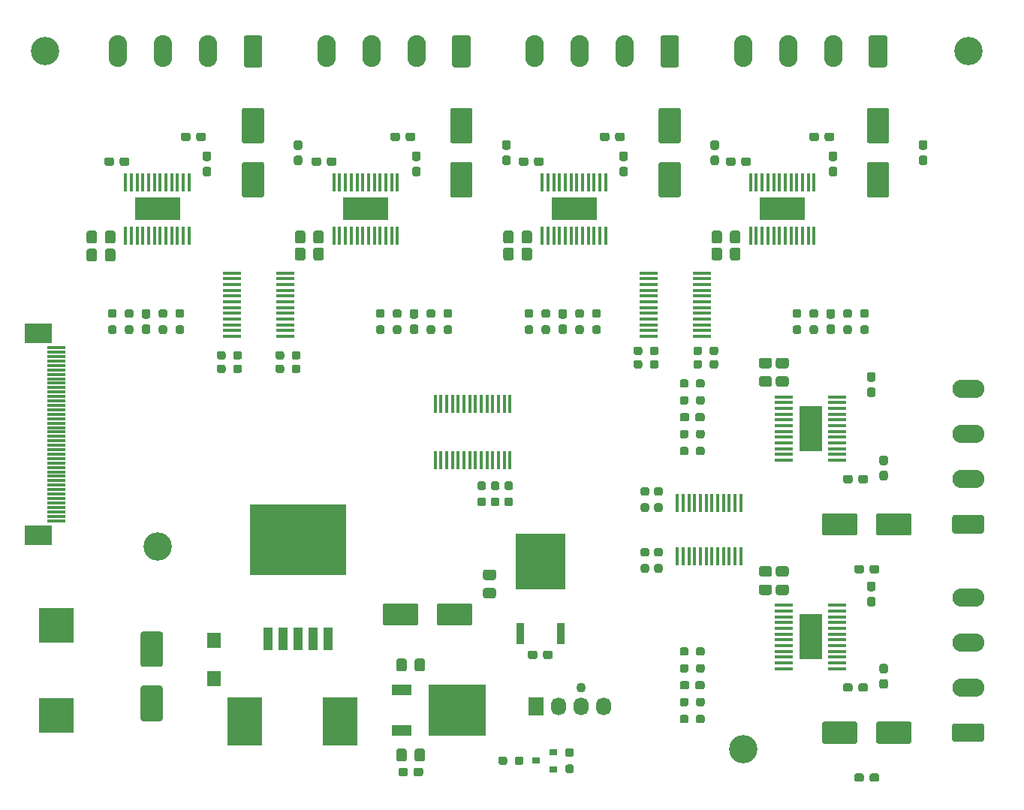
<source format=gts>
%TF.GenerationSoftware,KiCad,Pcbnew,(5.1.9)-1*%
%TF.CreationDate,2021-04-25T15:51:04-04:00*%
%TF.ProjectId,motor_driver_prj,6d6f746f-725f-4647-9269-7665725f7072,rev?*%
%TF.SameCoordinates,Original*%
%TF.FileFunction,Soldermask,Top*%
%TF.FilePolarity,Negative*%
%FSLAX46Y46*%
G04 Gerber Fmt 4.6, Leading zero omitted, Abs format (unit mm)*
G04 Created by KiCad (PCBNEW (5.1.9)-1) date 2021-04-25 15:51:04*
%MOMM*%
%LPD*%
G01*
G04 APERTURE LIST*
%ADD10C,3.200000*%
%ADD11R,5.562600X6.299200*%
%ADD12R,0.939800X2.489200*%
%ADD13R,1.625600X1.727200*%
%ADD14R,1.070000X2.600000*%
%ADD15R,10.800000X8.000000*%
%ADD16R,0.450000X2.000000*%
%ADD17R,5.160000X2.600000*%
%ADD18R,2.000000X0.300000*%
%ADD19R,3.120000X2.240000*%
%ADD20R,1.730000X2.030000*%
%ADD21O,1.730000X2.030000*%
%ADD22C,1.100000*%
%ADD23O,2.080000X3.600000*%
%ADD24O,3.600000X2.080000*%
%ADD25R,4.000000X4.000000*%
%ADD26R,4.000000X5.400000*%
%ADD27R,0.900000X0.800000*%
%ADD28R,2.200000X1.200000*%
%ADD29R,6.400000X5.800000*%
%ADD30R,2.000000X0.450000*%
%ADD31R,2.600000X5.160000*%
G04 APERTURE END LIST*
D10*
%TO.C,H4*%
X207010000Y-59690000D03*
%TD*%
%TO.C,H3*%
X181610000Y-138430000D03*
%TD*%
%TO.C,H2*%
X102870000Y-59690000D03*
%TD*%
%TO.C,H1*%
X115570000Y-115570000D03*
%TD*%
D11*
%TO.C,CR1*%
X158750000Y-117221000D03*
D12*
X161036000Y-125374400D03*
X156464000Y-125374400D03*
%TD*%
%TO.C,C6*%
G36*
G01*
X152560000Y-120211000D02*
X153510000Y-120211000D01*
G75*
G02*
X153760000Y-120461000I0J-250000D01*
G01*
X153760000Y-121136000D01*
G75*
G02*
X153510000Y-121386000I-250000J0D01*
G01*
X152560000Y-121386000D01*
G75*
G02*
X152310000Y-121136000I0J250000D01*
G01*
X152310000Y-120461000D01*
G75*
G02*
X152560000Y-120211000I250000J0D01*
G01*
G37*
G36*
G01*
X152560000Y-118136000D02*
X153510000Y-118136000D01*
G75*
G02*
X153760000Y-118386000I0J-250000D01*
G01*
X153760000Y-119061000D01*
G75*
G02*
X153510000Y-119311000I-250000J0D01*
G01*
X152560000Y-119311000D01*
G75*
G02*
X152310000Y-119061000I0J250000D01*
G01*
X152310000Y-118386000D01*
G75*
G02*
X152560000Y-118136000I250000J0D01*
G01*
G37*
%TD*%
%TO.C,C2*%
G36*
G01*
X158425000Y-127524500D02*
X158425000Y-127999500D01*
G75*
G02*
X158187500Y-128237000I-237500J0D01*
G01*
X157587500Y-128237000D01*
G75*
G02*
X157350000Y-127999500I0J237500D01*
G01*
X157350000Y-127524500D01*
G75*
G02*
X157587500Y-127287000I237500J0D01*
G01*
X158187500Y-127287000D01*
G75*
G02*
X158425000Y-127524500I0J-237500D01*
G01*
G37*
G36*
G01*
X160150000Y-127524500D02*
X160150000Y-127999500D01*
G75*
G02*
X159912500Y-128237000I-237500J0D01*
G01*
X159312500Y-128237000D01*
G75*
G02*
X159075000Y-127999500I0J237500D01*
G01*
X159075000Y-127524500D01*
G75*
G02*
X159312500Y-127287000I237500J0D01*
G01*
X159912500Y-127287000D01*
G75*
G02*
X160150000Y-127524500I0J-237500D01*
G01*
G37*
%TD*%
D13*
%TO.C,D2*%
X121920000Y-126136400D03*
X121920000Y-130403600D03*
%TD*%
D14*
%TO.C,U3*%
X134845000Y-125930000D03*
X133145000Y-125930000D03*
X131445000Y-125930000D03*
X129745000Y-125930000D03*
X128045000Y-125930000D03*
D15*
X131445000Y-114760000D03*
%TD*%
D16*
%TO.C,U10*%
X142640000Y-74470000D03*
X141990000Y-74470000D03*
X141340000Y-74470000D03*
X140690000Y-74470000D03*
X140040000Y-74470000D03*
X139390000Y-74470000D03*
X138740000Y-74470000D03*
X138090000Y-74470000D03*
X137440000Y-74470000D03*
X136790000Y-74470000D03*
X136140000Y-74470000D03*
X135490000Y-74470000D03*
X135490000Y-80470000D03*
X136140000Y-80470000D03*
X136790000Y-80470000D03*
X137440000Y-80470000D03*
X138090000Y-80470000D03*
X138740000Y-80470000D03*
X139390000Y-80470000D03*
X140040000Y-80470000D03*
X140690000Y-80470000D03*
X141340000Y-80470000D03*
X141990000Y-80470000D03*
X142640000Y-80470000D03*
D17*
X139065000Y-77470000D03*
%TD*%
D16*
%TO.C,U9*%
X166135000Y-74470000D03*
X165485000Y-74470000D03*
X164835000Y-74470000D03*
X164185000Y-74470000D03*
X163535000Y-74470000D03*
X162885000Y-74470000D03*
X162235000Y-74470000D03*
X161585000Y-74470000D03*
X160935000Y-74470000D03*
X160285000Y-74470000D03*
X159635000Y-74470000D03*
X158985000Y-74470000D03*
X158985000Y-80470000D03*
X159635000Y-80470000D03*
X160285000Y-80470000D03*
X160935000Y-80470000D03*
X161585000Y-80470000D03*
X162235000Y-80470000D03*
X162885000Y-80470000D03*
X163535000Y-80470000D03*
X164185000Y-80470000D03*
X164835000Y-80470000D03*
X165485000Y-80470000D03*
X166135000Y-80470000D03*
D17*
X162560000Y-77470000D03*
%TD*%
D16*
%TO.C,U8*%
X189630000Y-74470000D03*
X188980000Y-74470000D03*
X188330000Y-74470000D03*
X187680000Y-74470000D03*
X187030000Y-74470000D03*
X186380000Y-74470000D03*
X185730000Y-74470000D03*
X185080000Y-74470000D03*
X184430000Y-74470000D03*
X183780000Y-74470000D03*
X183130000Y-74470000D03*
X182480000Y-74470000D03*
X182480000Y-80470000D03*
X183130000Y-80470000D03*
X183780000Y-80470000D03*
X184430000Y-80470000D03*
X185080000Y-80470000D03*
X185730000Y-80470000D03*
X186380000Y-80470000D03*
X187030000Y-80470000D03*
X187680000Y-80470000D03*
X188330000Y-80470000D03*
X188980000Y-80470000D03*
X189630000Y-80470000D03*
D17*
X186055000Y-77470000D03*
%TD*%
D16*
%TO.C,U4*%
X155355000Y-99416000D03*
X154705000Y-99416000D03*
X154055000Y-99416000D03*
X153405000Y-99416000D03*
X152755000Y-99416000D03*
X152105000Y-99416000D03*
X151455000Y-99416000D03*
X150805000Y-99416000D03*
X150155000Y-99416000D03*
X149505000Y-99416000D03*
X148855000Y-99416000D03*
X148205000Y-99416000D03*
X147555000Y-99416000D03*
X146905000Y-99416000D03*
X146905000Y-105816000D03*
X147555000Y-105816000D03*
X148205000Y-105816000D03*
X148855000Y-105816000D03*
X149505000Y-105816000D03*
X150155000Y-105816000D03*
X150805000Y-105816000D03*
X151455000Y-105816000D03*
X152105000Y-105816000D03*
X152755000Y-105816000D03*
X153405000Y-105816000D03*
X154055000Y-105816000D03*
X154705000Y-105816000D03*
X155355000Y-105816000D03*
%TD*%
%TO.C,R24*%
G36*
G01*
X159622500Y-89745000D02*
X159147500Y-89745000D01*
G75*
G02*
X158910000Y-89507500I0J237500D01*
G01*
X158910000Y-89007500D01*
G75*
G02*
X159147500Y-88770000I237500J0D01*
G01*
X159622500Y-88770000D01*
G75*
G02*
X159860000Y-89007500I0J-237500D01*
G01*
X159860000Y-89507500D01*
G75*
G02*
X159622500Y-89745000I-237500J0D01*
G01*
G37*
G36*
G01*
X159622500Y-91570000D02*
X159147500Y-91570000D01*
G75*
G02*
X158910000Y-91332500I0J237500D01*
G01*
X158910000Y-90832500D01*
G75*
G02*
X159147500Y-90595000I237500J0D01*
G01*
X159622500Y-90595000D01*
G75*
G02*
X159860000Y-90832500I0J-237500D01*
G01*
X159860000Y-91332500D01*
G75*
G02*
X159622500Y-91570000I-237500J0D01*
G01*
G37*
%TD*%
%TO.C,R23*%
G36*
G01*
X163432500Y-89745000D02*
X162957500Y-89745000D01*
G75*
G02*
X162720000Y-89507500I0J237500D01*
G01*
X162720000Y-89007500D01*
G75*
G02*
X162957500Y-88770000I237500J0D01*
G01*
X163432500Y-88770000D01*
G75*
G02*
X163670000Y-89007500I0J-237500D01*
G01*
X163670000Y-89507500D01*
G75*
G02*
X163432500Y-89745000I-237500J0D01*
G01*
G37*
G36*
G01*
X163432500Y-91570000D02*
X162957500Y-91570000D01*
G75*
G02*
X162720000Y-91332500I0J237500D01*
G01*
X162720000Y-90832500D01*
G75*
G02*
X162957500Y-90595000I237500J0D01*
G01*
X163432500Y-90595000D01*
G75*
G02*
X163670000Y-90832500I0J-237500D01*
G01*
X163670000Y-91332500D01*
G75*
G02*
X163432500Y-91570000I-237500J0D01*
G01*
G37*
%TD*%
%TO.C,R22*%
G36*
G01*
X164862500Y-90595000D02*
X165337500Y-90595000D01*
G75*
G02*
X165575000Y-90832500I0J-237500D01*
G01*
X165575000Y-91332500D01*
G75*
G02*
X165337500Y-91570000I-237500J0D01*
G01*
X164862500Y-91570000D01*
G75*
G02*
X164625000Y-91332500I0J237500D01*
G01*
X164625000Y-90832500D01*
G75*
G02*
X164862500Y-90595000I237500J0D01*
G01*
G37*
G36*
G01*
X164862500Y-88770000D02*
X165337500Y-88770000D01*
G75*
G02*
X165575000Y-89007500I0J-237500D01*
G01*
X165575000Y-89507500D01*
G75*
G02*
X165337500Y-89745000I-237500J0D01*
G01*
X164862500Y-89745000D01*
G75*
G02*
X164625000Y-89507500I0J237500D01*
G01*
X164625000Y-89007500D01*
G75*
G02*
X164862500Y-88770000I237500J0D01*
G01*
G37*
%TD*%
%TO.C,R21*%
G36*
G01*
X187468500Y-90595000D02*
X187943500Y-90595000D01*
G75*
G02*
X188181000Y-90832500I0J-237500D01*
G01*
X188181000Y-91332500D01*
G75*
G02*
X187943500Y-91570000I-237500J0D01*
G01*
X187468500Y-91570000D01*
G75*
G02*
X187231000Y-91332500I0J237500D01*
G01*
X187231000Y-90832500D01*
G75*
G02*
X187468500Y-90595000I237500J0D01*
G01*
G37*
G36*
G01*
X187468500Y-88770000D02*
X187943500Y-88770000D01*
G75*
G02*
X188181000Y-89007500I0J-237500D01*
G01*
X188181000Y-89507500D01*
G75*
G02*
X187943500Y-89745000I-237500J0D01*
G01*
X187468500Y-89745000D01*
G75*
G02*
X187231000Y-89507500I0J237500D01*
G01*
X187231000Y-89007500D01*
G75*
G02*
X187468500Y-88770000I237500J0D01*
G01*
G37*
%TD*%
%TO.C,R20*%
G36*
G01*
X189848500Y-89745000D02*
X189373500Y-89745000D01*
G75*
G02*
X189136000Y-89507500I0J237500D01*
G01*
X189136000Y-89007500D01*
G75*
G02*
X189373500Y-88770000I237500J0D01*
G01*
X189848500Y-88770000D01*
G75*
G02*
X190086000Y-89007500I0J-237500D01*
G01*
X190086000Y-89507500D01*
G75*
G02*
X189848500Y-89745000I-237500J0D01*
G01*
G37*
G36*
G01*
X189848500Y-91570000D02*
X189373500Y-91570000D01*
G75*
G02*
X189136000Y-91332500I0J237500D01*
G01*
X189136000Y-90832500D01*
G75*
G02*
X189373500Y-90595000I237500J0D01*
G01*
X189848500Y-90595000D01*
G75*
G02*
X190086000Y-90832500I0J-237500D01*
G01*
X190086000Y-91332500D01*
G75*
G02*
X189848500Y-91570000I-237500J0D01*
G01*
G37*
%TD*%
%TO.C,R19*%
G36*
G01*
X193658500Y-89745000D02*
X193183500Y-89745000D01*
G75*
G02*
X192946000Y-89507500I0J237500D01*
G01*
X192946000Y-89007500D01*
G75*
G02*
X193183500Y-88770000I237500J0D01*
G01*
X193658500Y-88770000D01*
G75*
G02*
X193896000Y-89007500I0J-237500D01*
G01*
X193896000Y-89507500D01*
G75*
G02*
X193658500Y-89745000I-237500J0D01*
G01*
G37*
G36*
G01*
X193658500Y-91570000D02*
X193183500Y-91570000D01*
G75*
G02*
X192946000Y-91332500I0J237500D01*
G01*
X192946000Y-90832500D01*
G75*
G02*
X193183500Y-90595000I237500J0D01*
G01*
X193658500Y-90595000D01*
G75*
G02*
X193896000Y-90832500I0J-237500D01*
G01*
X193896000Y-91332500D01*
G75*
G02*
X193658500Y-91570000I-237500J0D01*
G01*
G37*
%TD*%
%TO.C,R18*%
G36*
G01*
X195088500Y-90595000D02*
X195563500Y-90595000D01*
G75*
G02*
X195801000Y-90832500I0J-237500D01*
G01*
X195801000Y-91332500D01*
G75*
G02*
X195563500Y-91570000I-237500J0D01*
G01*
X195088500Y-91570000D01*
G75*
G02*
X194851000Y-91332500I0J237500D01*
G01*
X194851000Y-90832500D01*
G75*
G02*
X195088500Y-90595000I237500J0D01*
G01*
G37*
G36*
G01*
X195088500Y-88770000D02*
X195563500Y-88770000D01*
G75*
G02*
X195801000Y-89007500I0J-237500D01*
G01*
X195801000Y-89507500D01*
G75*
G02*
X195563500Y-89745000I-237500J0D01*
G01*
X195088500Y-89745000D01*
G75*
G02*
X194851000Y-89507500I0J237500D01*
G01*
X194851000Y-89007500D01*
G75*
G02*
X195088500Y-88770000I237500J0D01*
G01*
G37*
%TD*%
%TO.C,R17*%
G36*
G01*
X170323500Y-110661000D02*
X170798500Y-110661000D01*
G75*
G02*
X171036000Y-110898500I0J-237500D01*
G01*
X171036000Y-111398500D01*
G75*
G02*
X170798500Y-111636000I-237500J0D01*
G01*
X170323500Y-111636000D01*
G75*
G02*
X170086000Y-111398500I0J237500D01*
G01*
X170086000Y-110898500D01*
G75*
G02*
X170323500Y-110661000I237500J0D01*
G01*
G37*
G36*
G01*
X170323500Y-108836000D02*
X170798500Y-108836000D01*
G75*
G02*
X171036000Y-109073500I0J-237500D01*
G01*
X171036000Y-109573500D01*
G75*
G02*
X170798500Y-109811000I-237500J0D01*
G01*
X170323500Y-109811000D01*
G75*
G02*
X170086000Y-109573500I0J237500D01*
G01*
X170086000Y-109073500D01*
G75*
G02*
X170323500Y-108836000I237500J0D01*
G01*
G37*
%TD*%
%TO.C,R16*%
G36*
G01*
X171847500Y-110661000D02*
X172322500Y-110661000D01*
G75*
G02*
X172560000Y-110898500I0J-237500D01*
G01*
X172560000Y-111398500D01*
G75*
G02*
X172322500Y-111636000I-237500J0D01*
G01*
X171847500Y-111636000D01*
G75*
G02*
X171610000Y-111398500I0J237500D01*
G01*
X171610000Y-110898500D01*
G75*
G02*
X171847500Y-110661000I237500J0D01*
G01*
G37*
G36*
G01*
X171847500Y-108836000D02*
X172322500Y-108836000D01*
G75*
G02*
X172560000Y-109073500I0J-237500D01*
G01*
X172560000Y-109573500D01*
G75*
G02*
X172322500Y-109811000I-237500J0D01*
G01*
X171847500Y-109811000D01*
G75*
G02*
X171610000Y-109573500I0J237500D01*
G01*
X171610000Y-109073500D01*
G75*
G02*
X171847500Y-108836000I237500J0D01*
G01*
G37*
%TD*%
%TO.C,R15*%
G36*
G01*
X172322500Y-116669000D02*
X171847500Y-116669000D01*
G75*
G02*
X171610000Y-116431500I0J237500D01*
G01*
X171610000Y-115931500D01*
G75*
G02*
X171847500Y-115694000I237500J0D01*
G01*
X172322500Y-115694000D01*
G75*
G02*
X172560000Y-115931500I0J-237500D01*
G01*
X172560000Y-116431500D01*
G75*
G02*
X172322500Y-116669000I-237500J0D01*
G01*
G37*
G36*
G01*
X172322500Y-118494000D02*
X171847500Y-118494000D01*
G75*
G02*
X171610000Y-118256500I0J237500D01*
G01*
X171610000Y-117756500D01*
G75*
G02*
X171847500Y-117519000I237500J0D01*
G01*
X172322500Y-117519000D01*
G75*
G02*
X172560000Y-117756500I0J-237500D01*
G01*
X172560000Y-118256500D01*
G75*
G02*
X172322500Y-118494000I-237500J0D01*
G01*
G37*
%TD*%
%TO.C,R14*%
G36*
G01*
X170798500Y-116669000D02*
X170323500Y-116669000D01*
G75*
G02*
X170086000Y-116431500I0J237500D01*
G01*
X170086000Y-115931500D01*
G75*
G02*
X170323500Y-115694000I237500J0D01*
G01*
X170798500Y-115694000D01*
G75*
G02*
X171036000Y-115931500I0J-237500D01*
G01*
X171036000Y-116431500D01*
G75*
G02*
X170798500Y-116669000I-237500J0D01*
G01*
G37*
G36*
G01*
X170798500Y-118494000D02*
X170323500Y-118494000D01*
G75*
G02*
X170086000Y-118256500I0J237500D01*
G01*
X170086000Y-117756500D01*
G75*
G02*
X170323500Y-117519000I237500J0D01*
G01*
X170798500Y-117519000D01*
G75*
G02*
X171036000Y-117756500I0J-237500D01*
G01*
X171036000Y-118256500D01*
G75*
G02*
X170798500Y-118494000I-237500J0D01*
G01*
G37*
%TD*%
%TO.C,R13*%
G36*
G01*
X171113000Y-95233500D02*
X171113000Y-94758500D01*
G75*
G02*
X171350500Y-94521000I237500J0D01*
G01*
X171850500Y-94521000D01*
G75*
G02*
X172088000Y-94758500I0J-237500D01*
G01*
X172088000Y-95233500D01*
G75*
G02*
X171850500Y-95471000I-237500J0D01*
G01*
X171350500Y-95471000D01*
G75*
G02*
X171113000Y-95233500I0J237500D01*
G01*
G37*
G36*
G01*
X169288000Y-95233500D02*
X169288000Y-94758500D01*
G75*
G02*
X169525500Y-94521000I237500J0D01*
G01*
X170025500Y-94521000D01*
G75*
G02*
X170263000Y-94758500I0J-237500D01*
G01*
X170263000Y-95233500D01*
G75*
G02*
X170025500Y-95471000I-237500J0D01*
G01*
X169525500Y-95471000D01*
G75*
G02*
X169288000Y-95233500I0J237500D01*
G01*
G37*
%TD*%
%TO.C,R12*%
G36*
G01*
X124123000Y-95741500D02*
X124123000Y-95266500D01*
G75*
G02*
X124360500Y-95029000I237500J0D01*
G01*
X124860500Y-95029000D01*
G75*
G02*
X125098000Y-95266500I0J-237500D01*
G01*
X125098000Y-95741500D01*
G75*
G02*
X124860500Y-95979000I-237500J0D01*
G01*
X124360500Y-95979000D01*
G75*
G02*
X124123000Y-95741500I0J237500D01*
G01*
G37*
G36*
G01*
X122298000Y-95741500D02*
X122298000Y-95266500D01*
G75*
G02*
X122535500Y-95029000I237500J0D01*
G01*
X123035500Y-95029000D01*
G75*
G02*
X123273000Y-95266500I0J-237500D01*
G01*
X123273000Y-95741500D01*
G75*
G02*
X123035500Y-95979000I-237500J0D01*
G01*
X122535500Y-95979000D01*
G75*
G02*
X122298000Y-95741500I0J237500D01*
G01*
G37*
%TD*%
%TO.C,R11*%
G36*
G01*
X171113000Y-93709500D02*
X171113000Y-93234500D01*
G75*
G02*
X171350500Y-92997000I237500J0D01*
G01*
X171850500Y-92997000D01*
G75*
G02*
X172088000Y-93234500I0J-237500D01*
G01*
X172088000Y-93709500D01*
G75*
G02*
X171850500Y-93947000I-237500J0D01*
G01*
X171350500Y-93947000D01*
G75*
G02*
X171113000Y-93709500I0J237500D01*
G01*
G37*
G36*
G01*
X169288000Y-93709500D02*
X169288000Y-93234500D01*
G75*
G02*
X169525500Y-92997000I237500J0D01*
G01*
X170025500Y-92997000D01*
G75*
G02*
X170263000Y-93234500I0J-237500D01*
G01*
X170263000Y-93709500D01*
G75*
G02*
X170025500Y-93947000I-237500J0D01*
G01*
X169525500Y-93947000D01*
G75*
G02*
X169288000Y-93709500I0J237500D01*
G01*
G37*
%TD*%
%TO.C,R10*%
G36*
G01*
X124123000Y-94217500D02*
X124123000Y-93742500D01*
G75*
G02*
X124360500Y-93505000I237500J0D01*
G01*
X124860500Y-93505000D01*
G75*
G02*
X125098000Y-93742500I0J-237500D01*
G01*
X125098000Y-94217500D01*
G75*
G02*
X124860500Y-94455000I-237500J0D01*
G01*
X124360500Y-94455000D01*
G75*
G02*
X124123000Y-94217500I0J237500D01*
G01*
G37*
G36*
G01*
X122298000Y-94217500D02*
X122298000Y-93742500D01*
G75*
G02*
X122535500Y-93505000I237500J0D01*
G01*
X123035500Y-93505000D01*
G75*
G02*
X123273000Y-93742500I0J-237500D01*
G01*
X123273000Y-94217500D01*
G75*
G02*
X123035500Y-94455000I-237500J0D01*
G01*
X122535500Y-94455000D01*
G75*
G02*
X122298000Y-94217500I0J237500D01*
G01*
G37*
%TD*%
%TO.C,R9*%
G36*
G01*
X176994000Y-93234500D02*
X176994000Y-93709500D01*
G75*
G02*
X176756500Y-93947000I-237500J0D01*
G01*
X176256500Y-93947000D01*
G75*
G02*
X176019000Y-93709500I0J237500D01*
G01*
X176019000Y-93234500D01*
G75*
G02*
X176256500Y-92997000I237500J0D01*
G01*
X176756500Y-92997000D01*
G75*
G02*
X176994000Y-93234500I0J-237500D01*
G01*
G37*
G36*
G01*
X178819000Y-93234500D02*
X178819000Y-93709500D01*
G75*
G02*
X178581500Y-93947000I-237500J0D01*
G01*
X178081500Y-93947000D01*
G75*
G02*
X177844000Y-93709500I0J237500D01*
G01*
X177844000Y-93234500D01*
G75*
G02*
X178081500Y-92997000I237500J0D01*
G01*
X178581500Y-92997000D01*
G75*
G02*
X178819000Y-93234500I0J-237500D01*
G01*
G37*
%TD*%
%TO.C,R8*%
G36*
G01*
X129877000Y-93742500D02*
X129877000Y-94217500D01*
G75*
G02*
X129639500Y-94455000I-237500J0D01*
G01*
X129139500Y-94455000D01*
G75*
G02*
X128902000Y-94217500I0J237500D01*
G01*
X128902000Y-93742500D01*
G75*
G02*
X129139500Y-93505000I237500J0D01*
G01*
X129639500Y-93505000D01*
G75*
G02*
X129877000Y-93742500I0J-237500D01*
G01*
G37*
G36*
G01*
X131702000Y-93742500D02*
X131702000Y-94217500D01*
G75*
G02*
X131464500Y-94455000I-237500J0D01*
G01*
X130964500Y-94455000D01*
G75*
G02*
X130727000Y-94217500I0J237500D01*
G01*
X130727000Y-93742500D01*
G75*
G02*
X130964500Y-93505000I237500J0D01*
G01*
X131464500Y-93505000D01*
G75*
G02*
X131702000Y-93742500I0J-237500D01*
G01*
G37*
%TD*%
%TO.C,R7*%
G36*
G01*
X176994000Y-94758500D02*
X176994000Y-95233500D01*
G75*
G02*
X176756500Y-95471000I-237500J0D01*
G01*
X176256500Y-95471000D01*
G75*
G02*
X176019000Y-95233500I0J237500D01*
G01*
X176019000Y-94758500D01*
G75*
G02*
X176256500Y-94521000I237500J0D01*
G01*
X176756500Y-94521000D01*
G75*
G02*
X176994000Y-94758500I0J-237500D01*
G01*
G37*
G36*
G01*
X178819000Y-94758500D02*
X178819000Y-95233500D01*
G75*
G02*
X178581500Y-95471000I-237500J0D01*
G01*
X178081500Y-95471000D01*
G75*
G02*
X177844000Y-95233500I0J237500D01*
G01*
X177844000Y-94758500D01*
G75*
G02*
X178081500Y-94521000I237500J0D01*
G01*
X178581500Y-94521000D01*
G75*
G02*
X178819000Y-94758500I0J-237500D01*
G01*
G37*
%TD*%
%TO.C,R6*%
G36*
G01*
X129877000Y-95266500D02*
X129877000Y-95741500D01*
G75*
G02*
X129639500Y-95979000I-237500J0D01*
G01*
X129139500Y-95979000D01*
G75*
G02*
X128902000Y-95741500I0J237500D01*
G01*
X128902000Y-95266500D01*
G75*
G02*
X129139500Y-95029000I237500J0D01*
G01*
X129639500Y-95029000D01*
G75*
G02*
X129877000Y-95266500I0J-237500D01*
G01*
G37*
G36*
G01*
X131702000Y-95266500D02*
X131702000Y-95741500D01*
G75*
G02*
X131464500Y-95979000I-237500J0D01*
G01*
X130964500Y-95979000D01*
G75*
G02*
X130727000Y-95741500I0J237500D01*
G01*
X130727000Y-95266500D01*
G75*
G02*
X130964500Y-95029000I237500J0D01*
G01*
X131464500Y-95029000D01*
G75*
G02*
X131702000Y-95266500I0J-237500D01*
G01*
G37*
%TD*%
%TO.C,R5*%
G36*
G01*
X155873000Y-139937500D02*
X155873000Y-139462500D01*
G75*
G02*
X156110500Y-139225000I237500J0D01*
G01*
X156610500Y-139225000D01*
G75*
G02*
X156848000Y-139462500I0J-237500D01*
G01*
X156848000Y-139937500D01*
G75*
G02*
X156610500Y-140175000I-237500J0D01*
G01*
X156110500Y-140175000D01*
G75*
G02*
X155873000Y-139937500I0J237500D01*
G01*
G37*
G36*
G01*
X154048000Y-139937500D02*
X154048000Y-139462500D01*
G75*
G02*
X154285500Y-139225000I237500J0D01*
G01*
X154785500Y-139225000D01*
G75*
G02*
X155023000Y-139462500I0J-237500D01*
G01*
X155023000Y-139937500D01*
G75*
G02*
X154785500Y-140175000I-237500J0D01*
G01*
X154285500Y-140175000D01*
G75*
G02*
X154048000Y-139937500I0J237500D01*
G01*
G37*
%TD*%
%TO.C,R4*%
G36*
G01*
X161814500Y-140125000D02*
X162289500Y-140125000D01*
G75*
G02*
X162527000Y-140362500I0J-237500D01*
G01*
X162527000Y-140862500D01*
G75*
G02*
X162289500Y-141100000I-237500J0D01*
G01*
X161814500Y-141100000D01*
G75*
G02*
X161577000Y-140862500I0J237500D01*
G01*
X161577000Y-140362500D01*
G75*
G02*
X161814500Y-140125000I237500J0D01*
G01*
G37*
G36*
G01*
X161814500Y-138300000D02*
X162289500Y-138300000D01*
G75*
G02*
X162527000Y-138537500I0J-237500D01*
G01*
X162527000Y-139037500D01*
G75*
G02*
X162289500Y-139275000I-237500J0D01*
G01*
X161814500Y-139275000D01*
G75*
G02*
X161577000Y-139037500I0J237500D01*
G01*
X161577000Y-138537500D01*
G75*
G02*
X161814500Y-138300000I237500J0D01*
G01*
G37*
%TD*%
%TO.C,R3*%
G36*
G01*
X152383500Y-109176000D02*
X151908500Y-109176000D01*
G75*
G02*
X151671000Y-108938500I0J237500D01*
G01*
X151671000Y-108438500D01*
G75*
G02*
X151908500Y-108201000I237500J0D01*
G01*
X152383500Y-108201000D01*
G75*
G02*
X152621000Y-108438500I0J-237500D01*
G01*
X152621000Y-108938500D01*
G75*
G02*
X152383500Y-109176000I-237500J0D01*
G01*
G37*
G36*
G01*
X152383500Y-111001000D02*
X151908500Y-111001000D01*
G75*
G02*
X151671000Y-110763500I0J237500D01*
G01*
X151671000Y-110263500D01*
G75*
G02*
X151908500Y-110026000I237500J0D01*
G01*
X152383500Y-110026000D01*
G75*
G02*
X152621000Y-110263500I0J-237500D01*
G01*
X152621000Y-110763500D01*
G75*
G02*
X152383500Y-111001000I-237500J0D01*
G01*
G37*
%TD*%
%TO.C,R2*%
G36*
G01*
X155431500Y-109176000D02*
X154956500Y-109176000D01*
G75*
G02*
X154719000Y-108938500I0J237500D01*
G01*
X154719000Y-108438500D01*
G75*
G02*
X154956500Y-108201000I237500J0D01*
G01*
X155431500Y-108201000D01*
G75*
G02*
X155669000Y-108438500I0J-237500D01*
G01*
X155669000Y-108938500D01*
G75*
G02*
X155431500Y-109176000I-237500J0D01*
G01*
G37*
G36*
G01*
X155431500Y-111001000D02*
X154956500Y-111001000D01*
G75*
G02*
X154719000Y-110763500I0J237500D01*
G01*
X154719000Y-110263500D01*
G75*
G02*
X154956500Y-110026000I237500J0D01*
G01*
X155431500Y-110026000D01*
G75*
G02*
X155669000Y-110263500I0J-237500D01*
G01*
X155669000Y-110763500D01*
G75*
G02*
X155431500Y-111001000I-237500J0D01*
G01*
G37*
%TD*%
%TO.C,R1*%
G36*
G01*
X153907500Y-109176000D02*
X153432500Y-109176000D01*
G75*
G02*
X153195000Y-108938500I0J237500D01*
G01*
X153195000Y-108438500D01*
G75*
G02*
X153432500Y-108201000I237500J0D01*
G01*
X153907500Y-108201000D01*
G75*
G02*
X154145000Y-108438500I0J-237500D01*
G01*
X154145000Y-108938500D01*
G75*
G02*
X153907500Y-109176000I-237500J0D01*
G01*
G37*
G36*
G01*
X153907500Y-111001000D02*
X153432500Y-111001000D01*
G75*
G02*
X153195000Y-110763500I0J237500D01*
G01*
X153195000Y-110263500D01*
G75*
G02*
X153432500Y-110026000I237500J0D01*
G01*
X153907500Y-110026000D01*
G75*
G02*
X154145000Y-110263500I0J-237500D01*
G01*
X154145000Y-110763500D01*
G75*
G02*
X153907500Y-111001000I-237500J0D01*
G01*
G37*
%TD*%
%TO.C,C48*%
G36*
G01*
X176220000Y-131428500D02*
X176220000Y-130953500D01*
G75*
G02*
X176457500Y-130716000I237500J0D01*
G01*
X177057500Y-130716000D01*
G75*
G02*
X177295000Y-130953500I0J-237500D01*
G01*
X177295000Y-131428500D01*
G75*
G02*
X177057500Y-131666000I-237500J0D01*
G01*
X176457500Y-131666000D01*
G75*
G02*
X176220000Y-131428500I0J237500D01*
G01*
G37*
G36*
G01*
X174495000Y-131428500D02*
X174495000Y-130953500D01*
G75*
G02*
X174732500Y-130716000I237500J0D01*
G01*
X175332500Y-130716000D01*
G75*
G02*
X175570000Y-130953500I0J-237500D01*
G01*
X175570000Y-131428500D01*
G75*
G02*
X175332500Y-131666000I-237500J0D01*
G01*
X174732500Y-131666000D01*
G75*
G02*
X174495000Y-131428500I0J237500D01*
G01*
G37*
%TD*%
%TO.C,C45*%
G36*
G01*
X197722500Y-106355000D02*
X197247500Y-106355000D01*
G75*
G02*
X197010000Y-106117500I0J237500D01*
G01*
X197010000Y-105517500D01*
G75*
G02*
X197247500Y-105280000I237500J0D01*
G01*
X197722500Y-105280000D01*
G75*
G02*
X197960000Y-105517500I0J-237500D01*
G01*
X197960000Y-106117500D01*
G75*
G02*
X197722500Y-106355000I-237500J0D01*
G01*
G37*
G36*
G01*
X197722500Y-108080000D02*
X197247500Y-108080000D01*
G75*
G02*
X197010000Y-107842500I0J237500D01*
G01*
X197010000Y-107242500D01*
G75*
G02*
X197247500Y-107005000I237500J0D01*
G01*
X197722500Y-107005000D01*
G75*
G02*
X197960000Y-107242500I0J-237500D01*
G01*
X197960000Y-107842500D01*
G75*
G02*
X197722500Y-108080000I-237500J0D01*
G01*
G37*
%TD*%
%TO.C,C44*%
G36*
G01*
X195255000Y-117872500D02*
X195255000Y-118347500D01*
G75*
G02*
X195017500Y-118585000I-237500J0D01*
G01*
X194417500Y-118585000D01*
G75*
G02*
X194180000Y-118347500I0J237500D01*
G01*
X194180000Y-117872500D01*
G75*
G02*
X194417500Y-117635000I237500J0D01*
G01*
X195017500Y-117635000D01*
G75*
G02*
X195255000Y-117872500I0J-237500D01*
G01*
G37*
G36*
G01*
X196980000Y-117872500D02*
X196980000Y-118347500D01*
G75*
G02*
X196742500Y-118585000I-237500J0D01*
G01*
X196142500Y-118585000D01*
G75*
G02*
X195905000Y-118347500I0J237500D01*
G01*
X195905000Y-117872500D01*
G75*
G02*
X196142500Y-117635000I237500J0D01*
G01*
X196742500Y-117635000D01*
G75*
G02*
X196980000Y-117872500I0J-237500D01*
G01*
G37*
%TD*%
%TO.C,C42*%
G36*
G01*
X186530000Y-95435000D02*
X185580000Y-95435000D01*
G75*
G02*
X185330000Y-95185000I0J250000D01*
G01*
X185330000Y-94510000D01*
G75*
G02*
X185580000Y-94260000I250000J0D01*
G01*
X186530000Y-94260000D01*
G75*
G02*
X186780000Y-94510000I0J-250000D01*
G01*
X186780000Y-95185000D01*
G75*
G02*
X186530000Y-95435000I-250000J0D01*
G01*
G37*
G36*
G01*
X186530000Y-97510000D02*
X185580000Y-97510000D01*
G75*
G02*
X185330000Y-97260000I0J250000D01*
G01*
X185330000Y-96585000D01*
G75*
G02*
X185580000Y-96335000I250000J0D01*
G01*
X186530000Y-96335000D01*
G75*
G02*
X186780000Y-96585000I0J-250000D01*
G01*
X186780000Y-97260000D01*
G75*
G02*
X186530000Y-97510000I-250000J0D01*
G01*
G37*
%TD*%
%TO.C,C40*%
G36*
G01*
X176220000Y-101202500D02*
X176220000Y-100727500D01*
G75*
G02*
X176457500Y-100490000I237500J0D01*
G01*
X177057500Y-100490000D01*
G75*
G02*
X177295000Y-100727500I0J-237500D01*
G01*
X177295000Y-101202500D01*
G75*
G02*
X177057500Y-101440000I-237500J0D01*
G01*
X176457500Y-101440000D01*
G75*
G02*
X176220000Y-101202500I0J237500D01*
G01*
G37*
G36*
G01*
X174495000Y-101202500D02*
X174495000Y-100727500D01*
G75*
G02*
X174732500Y-100490000I237500J0D01*
G01*
X175332500Y-100490000D01*
G75*
G02*
X175570000Y-100727500I0J-237500D01*
G01*
X175570000Y-101202500D01*
G75*
G02*
X175332500Y-101440000I-237500J0D01*
G01*
X174732500Y-101440000D01*
G75*
G02*
X174495000Y-101202500I0J237500D01*
G01*
G37*
%TD*%
%TO.C,C37*%
G36*
G01*
X119309000Y-69104500D02*
X119309000Y-69579500D01*
G75*
G02*
X119071500Y-69817000I-237500J0D01*
G01*
X118471500Y-69817000D01*
G75*
G02*
X118234000Y-69579500I0J237500D01*
G01*
X118234000Y-69104500D01*
G75*
G02*
X118471500Y-68867000I237500J0D01*
G01*
X119071500Y-68867000D01*
G75*
G02*
X119309000Y-69104500I0J-237500D01*
G01*
G37*
G36*
G01*
X121034000Y-69104500D02*
X121034000Y-69579500D01*
G75*
G02*
X120796500Y-69817000I-237500J0D01*
G01*
X120196500Y-69817000D01*
G75*
G02*
X119959000Y-69579500I0J237500D01*
G01*
X119959000Y-69104500D01*
G75*
G02*
X120196500Y-68867000I237500J0D01*
G01*
X120796500Y-68867000D01*
G75*
G02*
X121034000Y-69104500I0J-237500D01*
G01*
G37*
%TD*%
%TO.C,C36*%
G36*
G01*
X131207500Y-71445000D02*
X131682500Y-71445000D01*
G75*
G02*
X131920000Y-71682500I0J-237500D01*
G01*
X131920000Y-72282500D01*
G75*
G02*
X131682500Y-72520000I-237500J0D01*
G01*
X131207500Y-72520000D01*
G75*
G02*
X130970000Y-72282500I0J237500D01*
G01*
X130970000Y-71682500D01*
G75*
G02*
X131207500Y-71445000I237500J0D01*
G01*
G37*
G36*
G01*
X131207500Y-69720000D02*
X131682500Y-69720000D01*
G75*
G02*
X131920000Y-69957500I0J-237500D01*
G01*
X131920000Y-70557500D01*
G75*
G02*
X131682500Y-70795000I-237500J0D01*
G01*
X131207500Y-70795000D01*
G75*
G02*
X130970000Y-70557500I0J237500D01*
G01*
X130970000Y-69957500D01*
G75*
G02*
X131207500Y-69720000I237500J0D01*
G01*
G37*
%TD*%
%TO.C,C34*%
G36*
G01*
X108770000Y-80170000D02*
X108770000Y-81120000D01*
G75*
G02*
X108520000Y-81370000I-250000J0D01*
G01*
X107845000Y-81370000D01*
G75*
G02*
X107595000Y-81120000I0J250000D01*
G01*
X107595000Y-80170000D01*
G75*
G02*
X107845000Y-79920000I250000J0D01*
G01*
X108520000Y-79920000D01*
G75*
G02*
X108770000Y-80170000I0J-250000D01*
G01*
G37*
G36*
G01*
X110845000Y-80170000D02*
X110845000Y-81120000D01*
G75*
G02*
X110595000Y-81370000I-250000J0D01*
G01*
X109920000Y-81370000D01*
G75*
G02*
X109670000Y-81120000I0J250000D01*
G01*
X109670000Y-80170000D01*
G75*
G02*
X109920000Y-79920000I250000J0D01*
G01*
X110595000Y-79920000D01*
G75*
G02*
X110845000Y-80170000I0J-250000D01*
G01*
G37*
%TD*%
%TO.C,C32*%
G36*
G01*
X114537500Y-89845000D02*
X114062500Y-89845000D01*
G75*
G02*
X113825000Y-89607500I0J237500D01*
G01*
X113825000Y-89007500D01*
G75*
G02*
X114062500Y-88770000I237500J0D01*
G01*
X114537500Y-88770000D01*
G75*
G02*
X114775000Y-89007500I0J-237500D01*
G01*
X114775000Y-89607500D01*
G75*
G02*
X114537500Y-89845000I-237500J0D01*
G01*
G37*
G36*
G01*
X114537500Y-91570000D02*
X114062500Y-91570000D01*
G75*
G02*
X113825000Y-91332500I0J237500D01*
G01*
X113825000Y-90732500D01*
G75*
G02*
X114062500Y-90495000I237500J0D01*
G01*
X114537500Y-90495000D01*
G75*
G02*
X114775000Y-90732500I0J-237500D01*
G01*
X114775000Y-91332500D01*
G75*
G02*
X114537500Y-91570000I-237500J0D01*
G01*
G37*
%TD*%
%TO.C,C29*%
G36*
G01*
X142931000Y-69104500D02*
X142931000Y-69579500D01*
G75*
G02*
X142693500Y-69817000I-237500J0D01*
G01*
X142093500Y-69817000D01*
G75*
G02*
X141856000Y-69579500I0J237500D01*
G01*
X141856000Y-69104500D01*
G75*
G02*
X142093500Y-68867000I237500J0D01*
G01*
X142693500Y-68867000D01*
G75*
G02*
X142931000Y-69104500I0J-237500D01*
G01*
G37*
G36*
G01*
X144656000Y-69104500D02*
X144656000Y-69579500D01*
G75*
G02*
X144418500Y-69817000I-237500J0D01*
G01*
X143818500Y-69817000D01*
G75*
G02*
X143581000Y-69579500I0J237500D01*
G01*
X143581000Y-69104500D01*
G75*
G02*
X143818500Y-68867000I237500J0D01*
G01*
X144418500Y-68867000D01*
G75*
G02*
X144656000Y-69104500I0J-237500D01*
G01*
G37*
%TD*%
%TO.C,C28*%
G36*
G01*
X154702500Y-71445000D02*
X155177500Y-71445000D01*
G75*
G02*
X155415000Y-71682500I0J-237500D01*
G01*
X155415000Y-72282500D01*
G75*
G02*
X155177500Y-72520000I-237500J0D01*
G01*
X154702500Y-72520000D01*
G75*
G02*
X154465000Y-72282500I0J237500D01*
G01*
X154465000Y-71682500D01*
G75*
G02*
X154702500Y-71445000I237500J0D01*
G01*
G37*
G36*
G01*
X154702500Y-69720000D02*
X155177500Y-69720000D01*
G75*
G02*
X155415000Y-69957500I0J-237500D01*
G01*
X155415000Y-70557500D01*
G75*
G02*
X155177500Y-70795000I-237500J0D01*
G01*
X154702500Y-70795000D01*
G75*
G02*
X154465000Y-70557500I0J237500D01*
G01*
X154465000Y-69957500D01*
G75*
G02*
X154702500Y-69720000I237500J0D01*
G01*
G37*
%TD*%
%TO.C,C26*%
G36*
G01*
X132265000Y-80170000D02*
X132265000Y-81120000D01*
G75*
G02*
X132015000Y-81370000I-250000J0D01*
G01*
X131340000Y-81370000D01*
G75*
G02*
X131090000Y-81120000I0J250000D01*
G01*
X131090000Y-80170000D01*
G75*
G02*
X131340000Y-79920000I250000J0D01*
G01*
X132015000Y-79920000D01*
G75*
G02*
X132265000Y-80170000I0J-250000D01*
G01*
G37*
G36*
G01*
X134340000Y-80170000D02*
X134340000Y-81120000D01*
G75*
G02*
X134090000Y-81370000I-250000J0D01*
G01*
X133415000Y-81370000D01*
G75*
G02*
X133165000Y-81120000I0J250000D01*
G01*
X133165000Y-80170000D01*
G75*
G02*
X133415000Y-79920000I250000J0D01*
G01*
X134090000Y-79920000D01*
G75*
G02*
X134340000Y-80170000I0J-250000D01*
G01*
G37*
%TD*%
%TO.C,C24*%
G36*
G01*
X144763500Y-89845000D02*
X144288500Y-89845000D01*
G75*
G02*
X144051000Y-89607500I0J237500D01*
G01*
X144051000Y-89007500D01*
G75*
G02*
X144288500Y-88770000I237500J0D01*
G01*
X144763500Y-88770000D01*
G75*
G02*
X145001000Y-89007500I0J-237500D01*
G01*
X145001000Y-89607500D01*
G75*
G02*
X144763500Y-89845000I-237500J0D01*
G01*
G37*
G36*
G01*
X144763500Y-91570000D02*
X144288500Y-91570000D01*
G75*
G02*
X144051000Y-91332500I0J237500D01*
G01*
X144051000Y-90732500D01*
G75*
G02*
X144288500Y-90495000I237500J0D01*
G01*
X144763500Y-90495000D01*
G75*
G02*
X145001000Y-90732500I0J-237500D01*
G01*
X145001000Y-91332500D01*
G75*
G02*
X144763500Y-91570000I-237500J0D01*
G01*
G37*
%TD*%
%TO.C,C21*%
G36*
G01*
X166553000Y-69104500D02*
X166553000Y-69579500D01*
G75*
G02*
X166315500Y-69817000I-237500J0D01*
G01*
X165715500Y-69817000D01*
G75*
G02*
X165478000Y-69579500I0J237500D01*
G01*
X165478000Y-69104500D01*
G75*
G02*
X165715500Y-68867000I237500J0D01*
G01*
X166315500Y-68867000D01*
G75*
G02*
X166553000Y-69104500I0J-237500D01*
G01*
G37*
G36*
G01*
X168278000Y-69104500D02*
X168278000Y-69579500D01*
G75*
G02*
X168040500Y-69817000I-237500J0D01*
G01*
X167440500Y-69817000D01*
G75*
G02*
X167203000Y-69579500I0J237500D01*
G01*
X167203000Y-69104500D01*
G75*
G02*
X167440500Y-68867000I237500J0D01*
G01*
X168040500Y-68867000D01*
G75*
G02*
X168278000Y-69104500I0J-237500D01*
G01*
G37*
%TD*%
%TO.C,C20*%
G36*
G01*
X178197500Y-71445000D02*
X178672500Y-71445000D01*
G75*
G02*
X178910000Y-71682500I0J-237500D01*
G01*
X178910000Y-72282500D01*
G75*
G02*
X178672500Y-72520000I-237500J0D01*
G01*
X178197500Y-72520000D01*
G75*
G02*
X177960000Y-72282500I0J237500D01*
G01*
X177960000Y-71682500D01*
G75*
G02*
X178197500Y-71445000I237500J0D01*
G01*
G37*
G36*
G01*
X178197500Y-69720000D02*
X178672500Y-69720000D01*
G75*
G02*
X178910000Y-69957500I0J-237500D01*
G01*
X178910000Y-70557500D01*
G75*
G02*
X178672500Y-70795000I-237500J0D01*
G01*
X178197500Y-70795000D01*
G75*
G02*
X177960000Y-70557500I0J237500D01*
G01*
X177960000Y-69957500D01*
G75*
G02*
X178197500Y-69720000I237500J0D01*
G01*
G37*
%TD*%
%TO.C,C18*%
G36*
G01*
X155760000Y-80170000D02*
X155760000Y-81120000D01*
G75*
G02*
X155510000Y-81370000I-250000J0D01*
G01*
X154835000Y-81370000D01*
G75*
G02*
X154585000Y-81120000I0J250000D01*
G01*
X154585000Y-80170000D01*
G75*
G02*
X154835000Y-79920000I250000J0D01*
G01*
X155510000Y-79920000D01*
G75*
G02*
X155760000Y-80170000I0J-250000D01*
G01*
G37*
G36*
G01*
X157835000Y-80170000D02*
X157835000Y-81120000D01*
G75*
G02*
X157585000Y-81370000I-250000J0D01*
G01*
X156910000Y-81370000D01*
G75*
G02*
X156660000Y-81120000I0J250000D01*
G01*
X156660000Y-80170000D01*
G75*
G02*
X156910000Y-79920000I250000J0D01*
G01*
X157585000Y-79920000D01*
G75*
G02*
X157835000Y-80170000I0J-250000D01*
G01*
G37*
%TD*%
%TO.C,C16*%
G36*
G01*
X161527500Y-89845000D02*
X161052500Y-89845000D01*
G75*
G02*
X160815000Y-89607500I0J237500D01*
G01*
X160815000Y-89007500D01*
G75*
G02*
X161052500Y-88770000I237500J0D01*
G01*
X161527500Y-88770000D01*
G75*
G02*
X161765000Y-89007500I0J-237500D01*
G01*
X161765000Y-89607500D01*
G75*
G02*
X161527500Y-89845000I-237500J0D01*
G01*
G37*
G36*
G01*
X161527500Y-91570000D02*
X161052500Y-91570000D01*
G75*
G02*
X160815000Y-91332500I0J237500D01*
G01*
X160815000Y-90732500D01*
G75*
G02*
X161052500Y-90495000I237500J0D01*
G01*
X161527500Y-90495000D01*
G75*
G02*
X161765000Y-90732500I0J-237500D01*
G01*
X161765000Y-91332500D01*
G75*
G02*
X161527500Y-91570000I-237500J0D01*
G01*
G37*
%TD*%
%TO.C,C13*%
G36*
G01*
X190175000Y-69104500D02*
X190175000Y-69579500D01*
G75*
G02*
X189937500Y-69817000I-237500J0D01*
G01*
X189337500Y-69817000D01*
G75*
G02*
X189100000Y-69579500I0J237500D01*
G01*
X189100000Y-69104500D01*
G75*
G02*
X189337500Y-68867000I237500J0D01*
G01*
X189937500Y-68867000D01*
G75*
G02*
X190175000Y-69104500I0J-237500D01*
G01*
G37*
G36*
G01*
X191900000Y-69104500D02*
X191900000Y-69579500D01*
G75*
G02*
X191662500Y-69817000I-237500J0D01*
G01*
X191062500Y-69817000D01*
G75*
G02*
X190825000Y-69579500I0J237500D01*
G01*
X190825000Y-69104500D01*
G75*
G02*
X191062500Y-68867000I237500J0D01*
G01*
X191662500Y-68867000D01*
G75*
G02*
X191900000Y-69104500I0J-237500D01*
G01*
G37*
%TD*%
%TO.C,C12*%
G36*
G01*
X201692500Y-71445000D02*
X202167500Y-71445000D01*
G75*
G02*
X202405000Y-71682500I0J-237500D01*
G01*
X202405000Y-72282500D01*
G75*
G02*
X202167500Y-72520000I-237500J0D01*
G01*
X201692500Y-72520000D01*
G75*
G02*
X201455000Y-72282500I0J237500D01*
G01*
X201455000Y-71682500D01*
G75*
G02*
X201692500Y-71445000I237500J0D01*
G01*
G37*
G36*
G01*
X201692500Y-69720000D02*
X202167500Y-69720000D01*
G75*
G02*
X202405000Y-69957500I0J-237500D01*
G01*
X202405000Y-70557500D01*
G75*
G02*
X202167500Y-70795000I-237500J0D01*
G01*
X201692500Y-70795000D01*
G75*
G02*
X201455000Y-70557500I0J237500D01*
G01*
X201455000Y-69957500D01*
G75*
G02*
X201692500Y-69720000I237500J0D01*
G01*
G37*
%TD*%
%TO.C,C10*%
G36*
G01*
X179255000Y-80170000D02*
X179255000Y-81120000D01*
G75*
G02*
X179005000Y-81370000I-250000J0D01*
G01*
X178330000Y-81370000D01*
G75*
G02*
X178080000Y-81120000I0J250000D01*
G01*
X178080000Y-80170000D01*
G75*
G02*
X178330000Y-79920000I250000J0D01*
G01*
X179005000Y-79920000D01*
G75*
G02*
X179255000Y-80170000I0J-250000D01*
G01*
G37*
G36*
G01*
X181330000Y-80170000D02*
X181330000Y-81120000D01*
G75*
G02*
X181080000Y-81370000I-250000J0D01*
G01*
X180405000Y-81370000D01*
G75*
G02*
X180155000Y-81120000I0J250000D01*
G01*
X180155000Y-80170000D01*
G75*
G02*
X180405000Y-79920000I250000J0D01*
G01*
X181080000Y-79920000D01*
G75*
G02*
X181330000Y-80170000I0J-250000D01*
G01*
G37*
%TD*%
%TO.C,C8*%
G36*
G01*
X191753500Y-89845000D02*
X191278500Y-89845000D01*
G75*
G02*
X191041000Y-89607500I0J237500D01*
G01*
X191041000Y-89007500D01*
G75*
G02*
X191278500Y-88770000I237500J0D01*
G01*
X191753500Y-88770000D01*
G75*
G02*
X191991000Y-89007500I0J-237500D01*
G01*
X191991000Y-89607500D01*
G75*
G02*
X191753500Y-89845000I-237500J0D01*
G01*
G37*
G36*
G01*
X191753500Y-91570000D02*
X191278500Y-91570000D01*
G75*
G02*
X191041000Y-91332500I0J237500D01*
G01*
X191041000Y-90732500D01*
G75*
G02*
X191278500Y-90495000I237500J0D01*
G01*
X191753500Y-90495000D01*
G75*
G02*
X191991000Y-90732500I0J-237500D01*
G01*
X191991000Y-91332500D01*
G75*
G02*
X191753500Y-91570000I-237500J0D01*
G01*
G37*
%TD*%
%TO.C,C7*%
G36*
G01*
X147100000Y-124190000D02*
X147100000Y-122190000D01*
G75*
G02*
X147350000Y-121940000I250000J0D01*
G01*
X150850000Y-121940000D01*
G75*
G02*
X151100000Y-122190000I0J-250000D01*
G01*
X151100000Y-124190000D01*
G75*
G02*
X150850000Y-124440000I-250000J0D01*
G01*
X147350000Y-124440000D01*
G75*
G02*
X147100000Y-124190000I0J250000D01*
G01*
G37*
G36*
G01*
X141000000Y-124190000D02*
X141000000Y-122190000D01*
G75*
G02*
X141250000Y-121940000I250000J0D01*
G01*
X144750000Y-121940000D01*
G75*
G02*
X145000000Y-122190000I0J-250000D01*
G01*
X145000000Y-124190000D01*
G75*
G02*
X144750000Y-124440000I-250000J0D01*
G01*
X141250000Y-124440000D01*
G75*
G02*
X141000000Y-124190000I0J250000D01*
G01*
G37*
%TD*%
%TO.C,C5*%
G36*
G01*
X144470000Y-141207500D02*
X144470000Y-140732500D01*
G75*
G02*
X144707500Y-140495000I237500J0D01*
G01*
X145307500Y-140495000D01*
G75*
G02*
X145545000Y-140732500I0J-237500D01*
G01*
X145545000Y-141207500D01*
G75*
G02*
X145307500Y-141445000I-237500J0D01*
G01*
X144707500Y-141445000D01*
G75*
G02*
X144470000Y-141207500I0J237500D01*
G01*
G37*
G36*
G01*
X142745000Y-141207500D02*
X142745000Y-140732500D01*
G75*
G02*
X142982500Y-140495000I237500J0D01*
G01*
X143582500Y-140495000D01*
G75*
G02*
X143820000Y-140732500I0J-237500D01*
G01*
X143820000Y-141207500D01*
G75*
G02*
X143582500Y-141445000I-237500J0D01*
G01*
X142982500Y-141445000D01*
G75*
G02*
X142745000Y-141207500I0J237500D01*
G01*
G37*
%TD*%
%TO.C,C1*%
G36*
G01*
X144595000Y-129380000D02*
X144595000Y-128430000D01*
G75*
G02*
X144845000Y-128180000I250000J0D01*
G01*
X145520000Y-128180000D01*
G75*
G02*
X145770000Y-128430000I0J-250000D01*
G01*
X145770000Y-129380000D01*
G75*
G02*
X145520000Y-129630000I-250000J0D01*
G01*
X144845000Y-129630000D01*
G75*
G02*
X144595000Y-129380000I0J250000D01*
G01*
G37*
G36*
G01*
X142520000Y-129380000D02*
X142520000Y-128430000D01*
G75*
G02*
X142770000Y-128180000I250000J0D01*
G01*
X143445000Y-128180000D01*
G75*
G02*
X143695000Y-128430000I0J-250000D01*
G01*
X143695000Y-129380000D01*
G75*
G02*
X143445000Y-129630000I-250000J0D01*
G01*
X142770000Y-129630000D01*
G75*
G02*
X142520000Y-129380000I0J250000D01*
G01*
G37*
%TD*%
%TO.C,C3*%
G36*
G01*
X115935000Y-129125000D02*
X113935000Y-129125000D01*
G75*
G02*
X113685000Y-128875000I0J250000D01*
G01*
X113685000Y-125375000D01*
G75*
G02*
X113935000Y-125125000I250000J0D01*
G01*
X115935000Y-125125000D01*
G75*
G02*
X116185000Y-125375000I0J-250000D01*
G01*
X116185000Y-128875000D01*
G75*
G02*
X115935000Y-129125000I-250000J0D01*
G01*
G37*
G36*
G01*
X115935000Y-135225000D02*
X113935000Y-135225000D01*
G75*
G02*
X113685000Y-134975000I0J250000D01*
G01*
X113685000Y-131475000D01*
G75*
G02*
X113935000Y-131225000I250000J0D01*
G01*
X115935000Y-131225000D01*
G75*
G02*
X116185000Y-131475000I0J-250000D01*
G01*
X116185000Y-134975000D01*
G75*
G02*
X115935000Y-135225000I-250000J0D01*
G01*
G37*
%TD*%
%TO.C,C4*%
G36*
G01*
X144595000Y-139540000D02*
X144595000Y-138590000D01*
G75*
G02*
X144845000Y-138340000I250000J0D01*
G01*
X145520000Y-138340000D01*
G75*
G02*
X145770000Y-138590000I0J-250000D01*
G01*
X145770000Y-139540000D01*
G75*
G02*
X145520000Y-139790000I-250000J0D01*
G01*
X144845000Y-139790000D01*
G75*
G02*
X144595000Y-139540000I0J250000D01*
G01*
G37*
G36*
G01*
X142520000Y-139540000D02*
X142520000Y-138590000D01*
G75*
G02*
X142770000Y-138340000I250000J0D01*
G01*
X143445000Y-138340000D01*
G75*
G02*
X143695000Y-138590000I0J-250000D01*
G01*
X143695000Y-139540000D01*
G75*
G02*
X143445000Y-139790000I-250000J0D01*
G01*
X142770000Y-139790000D01*
G75*
G02*
X142520000Y-139540000I0J250000D01*
G01*
G37*
%TD*%
%TO.C,C9*%
G36*
G01*
X179255000Y-82075000D02*
X179255000Y-83025000D01*
G75*
G02*
X179005000Y-83275000I-250000J0D01*
G01*
X178330000Y-83275000D01*
G75*
G02*
X178080000Y-83025000I0J250000D01*
G01*
X178080000Y-82075000D01*
G75*
G02*
X178330000Y-81825000I250000J0D01*
G01*
X179005000Y-81825000D01*
G75*
G02*
X179255000Y-82075000I0J-250000D01*
G01*
G37*
G36*
G01*
X181330000Y-82075000D02*
X181330000Y-83025000D01*
G75*
G02*
X181080000Y-83275000I-250000J0D01*
G01*
X180405000Y-83275000D01*
G75*
G02*
X180155000Y-83025000I0J250000D01*
G01*
X180155000Y-82075000D01*
G75*
G02*
X180405000Y-81825000I250000J0D01*
G01*
X181080000Y-81825000D01*
G75*
G02*
X181330000Y-82075000I0J-250000D01*
G01*
G37*
%TD*%
%TO.C,C11*%
G36*
G01*
X192007500Y-72065000D02*
X191532500Y-72065000D01*
G75*
G02*
X191295000Y-71827500I0J237500D01*
G01*
X191295000Y-71227500D01*
G75*
G02*
X191532500Y-70990000I237500J0D01*
G01*
X192007500Y-70990000D01*
G75*
G02*
X192245000Y-71227500I0J-237500D01*
G01*
X192245000Y-71827500D01*
G75*
G02*
X192007500Y-72065000I-237500J0D01*
G01*
G37*
G36*
G01*
X192007500Y-73790000D02*
X191532500Y-73790000D01*
G75*
G02*
X191295000Y-73552500I0J237500D01*
G01*
X191295000Y-72952500D01*
G75*
G02*
X191532500Y-72715000I237500J0D01*
G01*
X192007500Y-72715000D01*
G75*
G02*
X192245000Y-72952500I0J-237500D01*
G01*
X192245000Y-73552500D01*
G75*
G02*
X192007500Y-73790000I-237500J0D01*
G01*
G37*
%TD*%
%TO.C,C14*%
G36*
G01*
X195850000Y-72170000D02*
X197850000Y-72170000D01*
G75*
G02*
X198100000Y-72420000I0J-250000D01*
G01*
X198100000Y-75920000D01*
G75*
G02*
X197850000Y-76170000I-250000J0D01*
G01*
X195850000Y-76170000D01*
G75*
G02*
X195600000Y-75920000I0J250000D01*
G01*
X195600000Y-72420000D01*
G75*
G02*
X195850000Y-72170000I250000J0D01*
G01*
G37*
G36*
G01*
X195850000Y-66070000D02*
X197850000Y-66070000D01*
G75*
G02*
X198100000Y-66320000I0J-250000D01*
G01*
X198100000Y-69820000D01*
G75*
G02*
X197850000Y-70070000I-250000J0D01*
G01*
X195850000Y-70070000D01*
G75*
G02*
X195600000Y-69820000I0J250000D01*
G01*
X195600000Y-66320000D01*
G75*
G02*
X195850000Y-66070000I250000J0D01*
G01*
G37*
%TD*%
%TO.C,C15*%
G36*
G01*
X180777000Y-71898500D02*
X180777000Y-72373500D01*
G75*
G02*
X180539500Y-72611000I-237500J0D01*
G01*
X179939500Y-72611000D01*
G75*
G02*
X179702000Y-72373500I0J237500D01*
G01*
X179702000Y-71898500D01*
G75*
G02*
X179939500Y-71661000I237500J0D01*
G01*
X180539500Y-71661000D01*
G75*
G02*
X180777000Y-71898500I0J-237500D01*
G01*
G37*
G36*
G01*
X182502000Y-71898500D02*
X182502000Y-72373500D01*
G75*
G02*
X182264500Y-72611000I-237500J0D01*
G01*
X181664500Y-72611000D01*
G75*
G02*
X181427000Y-72373500I0J237500D01*
G01*
X181427000Y-71898500D01*
G75*
G02*
X181664500Y-71661000I237500J0D01*
G01*
X182264500Y-71661000D01*
G75*
G02*
X182502000Y-71898500I0J-237500D01*
G01*
G37*
%TD*%
%TO.C,C17*%
G36*
G01*
X155760000Y-82075000D02*
X155760000Y-83025000D01*
G75*
G02*
X155510000Y-83275000I-250000J0D01*
G01*
X154835000Y-83275000D01*
G75*
G02*
X154585000Y-83025000I0J250000D01*
G01*
X154585000Y-82075000D01*
G75*
G02*
X154835000Y-81825000I250000J0D01*
G01*
X155510000Y-81825000D01*
G75*
G02*
X155760000Y-82075000I0J-250000D01*
G01*
G37*
G36*
G01*
X157835000Y-82075000D02*
X157835000Y-83025000D01*
G75*
G02*
X157585000Y-83275000I-250000J0D01*
G01*
X156910000Y-83275000D01*
G75*
G02*
X156660000Y-83025000I0J250000D01*
G01*
X156660000Y-82075000D01*
G75*
G02*
X156910000Y-81825000I250000J0D01*
G01*
X157585000Y-81825000D01*
G75*
G02*
X157835000Y-82075000I0J-250000D01*
G01*
G37*
%TD*%
%TO.C,C19*%
G36*
G01*
X168385500Y-72065000D02*
X167910500Y-72065000D01*
G75*
G02*
X167673000Y-71827500I0J237500D01*
G01*
X167673000Y-71227500D01*
G75*
G02*
X167910500Y-70990000I237500J0D01*
G01*
X168385500Y-70990000D01*
G75*
G02*
X168623000Y-71227500I0J-237500D01*
G01*
X168623000Y-71827500D01*
G75*
G02*
X168385500Y-72065000I-237500J0D01*
G01*
G37*
G36*
G01*
X168385500Y-73790000D02*
X167910500Y-73790000D01*
G75*
G02*
X167673000Y-73552500I0J237500D01*
G01*
X167673000Y-72952500D01*
G75*
G02*
X167910500Y-72715000I237500J0D01*
G01*
X168385500Y-72715000D01*
G75*
G02*
X168623000Y-72952500I0J-237500D01*
G01*
X168623000Y-73552500D01*
G75*
G02*
X168385500Y-73790000I-237500J0D01*
G01*
G37*
%TD*%
%TO.C,C22*%
G36*
G01*
X172355000Y-72170000D02*
X174355000Y-72170000D01*
G75*
G02*
X174605000Y-72420000I0J-250000D01*
G01*
X174605000Y-75920000D01*
G75*
G02*
X174355000Y-76170000I-250000J0D01*
G01*
X172355000Y-76170000D01*
G75*
G02*
X172105000Y-75920000I0J250000D01*
G01*
X172105000Y-72420000D01*
G75*
G02*
X172355000Y-72170000I250000J0D01*
G01*
G37*
G36*
G01*
X172355000Y-66070000D02*
X174355000Y-66070000D01*
G75*
G02*
X174605000Y-66320000I0J-250000D01*
G01*
X174605000Y-69820000D01*
G75*
G02*
X174355000Y-70070000I-250000J0D01*
G01*
X172355000Y-70070000D01*
G75*
G02*
X172105000Y-69820000I0J250000D01*
G01*
X172105000Y-66320000D01*
G75*
G02*
X172355000Y-66070000I250000J0D01*
G01*
G37*
%TD*%
%TO.C,C23*%
G36*
G01*
X157409000Y-71898500D02*
X157409000Y-72373500D01*
G75*
G02*
X157171500Y-72611000I-237500J0D01*
G01*
X156571500Y-72611000D01*
G75*
G02*
X156334000Y-72373500I0J237500D01*
G01*
X156334000Y-71898500D01*
G75*
G02*
X156571500Y-71661000I237500J0D01*
G01*
X157171500Y-71661000D01*
G75*
G02*
X157409000Y-71898500I0J-237500D01*
G01*
G37*
G36*
G01*
X159134000Y-71898500D02*
X159134000Y-72373500D01*
G75*
G02*
X158896500Y-72611000I-237500J0D01*
G01*
X158296500Y-72611000D01*
G75*
G02*
X158059000Y-72373500I0J237500D01*
G01*
X158059000Y-71898500D01*
G75*
G02*
X158296500Y-71661000I237500J0D01*
G01*
X158896500Y-71661000D01*
G75*
G02*
X159134000Y-71898500I0J-237500D01*
G01*
G37*
%TD*%
%TO.C,C25*%
G36*
G01*
X132265000Y-82075000D02*
X132265000Y-83025000D01*
G75*
G02*
X132015000Y-83275000I-250000J0D01*
G01*
X131340000Y-83275000D01*
G75*
G02*
X131090000Y-83025000I0J250000D01*
G01*
X131090000Y-82075000D01*
G75*
G02*
X131340000Y-81825000I250000J0D01*
G01*
X132015000Y-81825000D01*
G75*
G02*
X132265000Y-82075000I0J-250000D01*
G01*
G37*
G36*
G01*
X134340000Y-82075000D02*
X134340000Y-83025000D01*
G75*
G02*
X134090000Y-83275000I-250000J0D01*
G01*
X133415000Y-83275000D01*
G75*
G02*
X133165000Y-83025000I0J250000D01*
G01*
X133165000Y-82075000D01*
G75*
G02*
X133415000Y-81825000I250000J0D01*
G01*
X134090000Y-81825000D01*
G75*
G02*
X134340000Y-82075000I0J-250000D01*
G01*
G37*
%TD*%
%TO.C,C27*%
G36*
G01*
X145017500Y-72065000D02*
X144542500Y-72065000D01*
G75*
G02*
X144305000Y-71827500I0J237500D01*
G01*
X144305000Y-71227500D01*
G75*
G02*
X144542500Y-70990000I237500J0D01*
G01*
X145017500Y-70990000D01*
G75*
G02*
X145255000Y-71227500I0J-237500D01*
G01*
X145255000Y-71827500D01*
G75*
G02*
X145017500Y-72065000I-237500J0D01*
G01*
G37*
G36*
G01*
X145017500Y-73790000D02*
X144542500Y-73790000D01*
G75*
G02*
X144305000Y-73552500I0J237500D01*
G01*
X144305000Y-72952500D01*
G75*
G02*
X144542500Y-72715000I237500J0D01*
G01*
X145017500Y-72715000D01*
G75*
G02*
X145255000Y-72952500I0J-237500D01*
G01*
X145255000Y-73552500D01*
G75*
G02*
X145017500Y-73790000I-237500J0D01*
G01*
G37*
%TD*%
%TO.C,C30*%
G36*
G01*
X148860000Y-72170000D02*
X150860000Y-72170000D01*
G75*
G02*
X151110000Y-72420000I0J-250000D01*
G01*
X151110000Y-75920000D01*
G75*
G02*
X150860000Y-76170000I-250000J0D01*
G01*
X148860000Y-76170000D01*
G75*
G02*
X148610000Y-75920000I0J250000D01*
G01*
X148610000Y-72420000D01*
G75*
G02*
X148860000Y-72170000I250000J0D01*
G01*
G37*
G36*
G01*
X148860000Y-66070000D02*
X150860000Y-66070000D01*
G75*
G02*
X151110000Y-66320000I0J-250000D01*
G01*
X151110000Y-69820000D01*
G75*
G02*
X150860000Y-70070000I-250000J0D01*
G01*
X148860000Y-70070000D01*
G75*
G02*
X148610000Y-69820000I0J250000D01*
G01*
X148610000Y-66320000D01*
G75*
G02*
X148860000Y-66070000I250000J0D01*
G01*
G37*
%TD*%
%TO.C,C31*%
G36*
G01*
X134041000Y-71898500D02*
X134041000Y-72373500D01*
G75*
G02*
X133803500Y-72611000I-237500J0D01*
G01*
X133203500Y-72611000D01*
G75*
G02*
X132966000Y-72373500I0J237500D01*
G01*
X132966000Y-71898500D01*
G75*
G02*
X133203500Y-71661000I237500J0D01*
G01*
X133803500Y-71661000D01*
G75*
G02*
X134041000Y-71898500I0J-237500D01*
G01*
G37*
G36*
G01*
X135766000Y-71898500D02*
X135766000Y-72373500D01*
G75*
G02*
X135528500Y-72611000I-237500J0D01*
G01*
X134928500Y-72611000D01*
G75*
G02*
X134691000Y-72373500I0J237500D01*
G01*
X134691000Y-71898500D01*
G75*
G02*
X134928500Y-71661000I237500J0D01*
G01*
X135528500Y-71661000D01*
G75*
G02*
X135766000Y-71898500I0J-237500D01*
G01*
G37*
%TD*%
%TO.C,C33*%
G36*
G01*
X108770000Y-82202000D02*
X108770000Y-83152000D01*
G75*
G02*
X108520000Y-83402000I-250000J0D01*
G01*
X107845000Y-83402000D01*
G75*
G02*
X107595000Y-83152000I0J250000D01*
G01*
X107595000Y-82202000D01*
G75*
G02*
X107845000Y-81952000I250000J0D01*
G01*
X108520000Y-81952000D01*
G75*
G02*
X108770000Y-82202000I0J-250000D01*
G01*
G37*
G36*
G01*
X110845000Y-82202000D02*
X110845000Y-83152000D01*
G75*
G02*
X110595000Y-83402000I-250000J0D01*
G01*
X109920000Y-83402000D01*
G75*
G02*
X109670000Y-83152000I0J250000D01*
G01*
X109670000Y-82202000D01*
G75*
G02*
X109920000Y-81952000I250000J0D01*
G01*
X110595000Y-81952000D01*
G75*
G02*
X110845000Y-82202000I0J-250000D01*
G01*
G37*
%TD*%
%TO.C,C35*%
G36*
G01*
X121395500Y-72065000D02*
X120920500Y-72065000D01*
G75*
G02*
X120683000Y-71827500I0J237500D01*
G01*
X120683000Y-71227500D01*
G75*
G02*
X120920500Y-70990000I237500J0D01*
G01*
X121395500Y-70990000D01*
G75*
G02*
X121633000Y-71227500I0J-237500D01*
G01*
X121633000Y-71827500D01*
G75*
G02*
X121395500Y-72065000I-237500J0D01*
G01*
G37*
G36*
G01*
X121395500Y-73790000D02*
X120920500Y-73790000D01*
G75*
G02*
X120683000Y-73552500I0J237500D01*
G01*
X120683000Y-72952500D01*
G75*
G02*
X120920500Y-72715000I237500J0D01*
G01*
X121395500Y-72715000D01*
G75*
G02*
X121633000Y-72952500I0J-237500D01*
G01*
X121633000Y-73552500D01*
G75*
G02*
X121395500Y-73790000I-237500J0D01*
G01*
G37*
%TD*%
%TO.C,C38*%
G36*
G01*
X125365000Y-72170000D02*
X127365000Y-72170000D01*
G75*
G02*
X127615000Y-72420000I0J-250000D01*
G01*
X127615000Y-75920000D01*
G75*
G02*
X127365000Y-76170000I-250000J0D01*
G01*
X125365000Y-76170000D01*
G75*
G02*
X125115000Y-75920000I0J250000D01*
G01*
X125115000Y-72420000D01*
G75*
G02*
X125365000Y-72170000I250000J0D01*
G01*
G37*
G36*
G01*
X125365000Y-66070000D02*
X127365000Y-66070000D01*
G75*
G02*
X127615000Y-66320000I0J-250000D01*
G01*
X127615000Y-69820000D01*
G75*
G02*
X127365000Y-70070000I-250000J0D01*
G01*
X125365000Y-70070000D01*
G75*
G02*
X125115000Y-69820000I0J250000D01*
G01*
X125115000Y-66320000D01*
G75*
G02*
X125365000Y-66070000I250000J0D01*
G01*
G37*
%TD*%
%TO.C,C39*%
G36*
G01*
X110673000Y-71898500D02*
X110673000Y-72373500D01*
G75*
G02*
X110435500Y-72611000I-237500J0D01*
G01*
X109835500Y-72611000D01*
G75*
G02*
X109598000Y-72373500I0J237500D01*
G01*
X109598000Y-71898500D01*
G75*
G02*
X109835500Y-71661000I237500J0D01*
G01*
X110435500Y-71661000D01*
G75*
G02*
X110673000Y-71898500I0J-237500D01*
G01*
G37*
G36*
G01*
X112398000Y-71898500D02*
X112398000Y-72373500D01*
G75*
G02*
X112160500Y-72611000I-237500J0D01*
G01*
X111560500Y-72611000D01*
G75*
G02*
X111323000Y-72373500I0J237500D01*
G01*
X111323000Y-71898500D01*
G75*
G02*
X111560500Y-71661000I237500J0D01*
G01*
X112160500Y-71661000D01*
G75*
G02*
X112398000Y-71898500I0J-237500D01*
G01*
G37*
%TD*%
%TO.C,C41*%
G36*
G01*
X184625000Y-95435000D02*
X183675000Y-95435000D01*
G75*
G02*
X183425000Y-95185000I0J250000D01*
G01*
X183425000Y-94510000D01*
G75*
G02*
X183675000Y-94260000I250000J0D01*
G01*
X184625000Y-94260000D01*
G75*
G02*
X184875000Y-94510000I0J-250000D01*
G01*
X184875000Y-95185000D01*
G75*
G02*
X184625000Y-95435000I-250000J0D01*
G01*
G37*
G36*
G01*
X184625000Y-97510000D02*
X183675000Y-97510000D01*
G75*
G02*
X183425000Y-97260000I0J250000D01*
G01*
X183425000Y-96585000D01*
G75*
G02*
X183675000Y-96335000I250000J0D01*
G01*
X184625000Y-96335000D01*
G75*
G02*
X184875000Y-96585000I0J-250000D01*
G01*
X184875000Y-97260000D01*
G75*
G02*
X184625000Y-97510000I-250000J0D01*
G01*
G37*
%TD*%
%TO.C,C43*%
G36*
G01*
X194635000Y-108187500D02*
X194635000Y-107712500D01*
G75*
G02*
X194872500Y-107475000I237500J0D01*
G01*
X195472500Y-107475000D01*
G75*
G02*
X195710000Y-107712500I0J-237500D01*
G01*
X195710000Y-108187500D01*
G75*
G02*
X195472500Y-108425000I-237500J0D01*
G01*
X194872500Y-108425000D01*
G75*
G02*
X194635000Y-108187500I0J237500D01*
G01*
G37*
G36*
G01*
X192910000Y-108187500D02*
X192910000Y-107712500D01*
G75*
G02*
X193147500Y-107475000I237500J0D01*
G01*
X193747500Y-107475000D01*
G75*
G02*
X193985000Y-107712500I0J-237500D01*
G01*
X193985000Y-108187500D01*
G75*
G02*
X193747500Y-108425000I-237500J0D01*
G01*
X193147500Y-108425000D01*
G75*
G02*
X192910000Y-108187500I0J237500D01*
G01*
G37*
%TD*%
%TO.C,C46*%
G36*
G01*
X194530000Y-112030000D02*
X194530000Y-114030000D01*
G75*
G02*
X194280000Y-114280000I-250000J0D01*
G01*
X190780000Y-114280000D01*
G75*
G02*
X190530000Y-114030000I0J250000D01*
G01*
X190530000Y-112030000D01*
G75*
G02*
X190780000Y-111780000I250000J0D01*
G01*
X194280000Y-111780000D01*
G75*
G02*
X194530000Y-112030000I0J-250000D01*
G01*
G37*
G36*
G01*
X200630000Y-112030000D02*
X200630000Y-114030000D01*
G75*
G02*
X200380000Y-114280000I-250000J0D01*
G01*
X196880000Y-114280000D01*
G75*
G02*
X196630000Y-114030000I0J250000D01*
G01*
X196630000Y-112030000D01*
G75*
G02*
X196880000Y-111780000I250000J0D01*
G01*
X200380000Y-111780000D01*
G75*
G02*
X200630000Y-112030000I0J-250000D01*
G01*
G37*
%TD*%
%TO.C,C47*%
G36*
G01*
X196325500Y-96957000D02*
X195850500Y-96957000D01*
G75*
G02*
X195613000Y-96719500I0J237500D01*
G01*
X195613000Y-96119500D01*
G75*
G02*
X195850500Y-95882000I237500J0D01*
G01*
X196325500Y-95882000D01*
G75*
G02*
X196563000Y-96119500I0J-237500D01*
G01*
X196563000Y-96719500D01*
G75*
G02*
X196325500Y-96957000I-237500J0D01*
G01*
G37*
G36*
G01*
X196325500Y-98682000D02*
X195850500Y-98682000D01*
G75*
G02*
X195613000Y-98444500I0J237500D01*
G01*
X195613000Y-97844500D01*
G75*
G02*
X195850500Y-97607000I237500J0D01*
G01*
X196325500Y-97607000D01*
G75*
G02*
X196563000Y-97844500I0J-237500D01*
G01*
X196563000Y-98444500D01*
G75*
G02*
X196325500Y-98682000I-237500J0D01*
G01*
G37*
%TD*%
%TO.C,C49*%
G36*
G01*
X184625000Y-118930000D02*
X183675000Y-118930000D01*
G75*
G02*
X183425000Y-118680000I0J250000D01*
G01*
X183425000Y-118005000D01*
G75*
G02*
X183675000Y-117755000I250000J0D01*
G01*
X184625000Y-117755000D01*
G75*
G02*
X184875000Y-118005000I0J-250000D01*
G01*
X184875000Y-118680000D01*
G75*
G02*
X184625000Y-118930000I-250000J0D01*
G01*
G37*
G36*
G01*
X184625000Y-121005000D02*
X183675000Y-121005000D01*
G75*
G02*
X183425000Y-120755000I0J250000D01*
G01*
X183425000Y-120080000D01*
G75*
G02*
X183675000Y-119830000I250000J0D01*
G01*
X184625000Y-119830000D01*
G75*
G02*
X184875000Y-120080000I0J-250000D01*
G01*
X184875000Y-120755000D01*
G75*
G02*
X184625000Y-121005000I-250000J0D01*
G01*
G37*
%TD*%
%TO.C,C50*%
G36*
G01*
X186530000Y-118930000D02*
X185580000Y-118930000D01*
G75*
G02*
X185330000Y-118680000I0J250000D01*
G01*
X185330000Y-118005000D01*
G75*
G02*
X185580000Y-117755000I250000J0D01*
G01*
X186530000Y-117755000D01*
G75*
G02*
X186780000Y-118005000I0J-250000D01*
G01*
X186780000Y-118680000D01*
G75*
G02*
X186530000Y-118930000I-250000J0D01*
G01*
G37*
G36*
G01*
X186530000Y-121005000D02*
X185580000Y-121005000D01*
G75*
G02*
X185330000Y-120755000I0J250000D01*
G01*
X185330000Y-120080000D01*
G75*
G02*
X185580000Y-119830000I250000J0D01*
G01*
X186530000Y-119830000D01*
G75*
G02*
X186780000Y-120080000I0J-250000D01*
G01*
X186780000Y-120755000D01*
G75*
G02*
X186530000Y-121005000I-250000J0D01*
G01*
G37*
%TD*%
%TO.C,C51*%
G36*
G01*
X194635000Y-131682500D02*
X194635000Y-131207500D01*
G75*
G02*
X194872500Y-130970000I237500J0D01*
G01*
X195472500Y-130970000D01*
G75*
G02*
X195710000Y-131207500I0J-237500D01*
G01*
X195710000Y-131682500D01*
G75*
G02*
X195472500Y-131920000I-237500J0D01*
G01*
X194872500Y-131920000D01*
G75*
G02*
X194635000Y-131682500I0J237500D01*
G01*
G37*
G36*
G01*
X192910000Y-131682500D02*
X192910000Y-131207500D01*
G75*
G02*
X193147500Y-130970000I237500J0D01*
G01*
X193747500Y-130970000D01*
G75*
G02*
X193985000Y-131207500I0J-237500D01*
G01*
X193985000Y-131682500D01*
G75*
G02*
X193747500Y-131920000I-237500J0D01*
G01*
X193147500Y-131920000D01*
G75*
G02*
X192910000Y-131682500I0J237500D01*
G01*
G37*
%TD*%
%TO.C,C52*%
G36*
G01*
X195255000Y-141367500D02*
X195255000Y-141842500D01*
G75*
G02*
X195017500Y-142080000I-237500J0D01*
G01*
X194417500Y-142080000D01*
G75*
G02*
X194180000Y-141842500I0J237500D01*
G01*
X194180000Y-141367500D01*
G75*
G02*
X194417500Y-141130000I237500J0D01*
G01*
X195017500Y-141130000D01*
G75*
G02*
X195255000Y-141367500I0J-237500D01*
G01*
G37*
G36*
G01*
X196980000Y-141367500D02*
X196980000Y-141842500D01*
G75*
G02*
X196742500Y-142080000I-237500J0D01*
G01*
X196142500Y-142080000D01*
G75*
G02*
X195905000Y-141842500I0J237500D01*
G01*
X195905000Y-141367500D01*
G75*
G02*
X196142500Y-141130000I237500J0D01*
G01*
X196742500Y-141130000D01*
G75*
G02*
X196980000Y-141367500I0J-237500D01*
G01*
G37*
%TD*%
%TO.C,C53*%
G36*
G01*
X197722500Y-129850000D02*
X197247500Y-129850000D01*
G75*
G02*
X197010000Y-129612500I0J237500D01*
G01*
X197010000Y-129012500D01*
G75*
G02*
X197247500Y-128775000I237500J0D01*
G01*
X197722500Y-128775000D01*
G75*
G02*
X197960000Y-129012500I0J-237500D01*
G01*
X197960000Y-129612500D01*
G75*
G02*
X197722500Y-129850000I-237500J0D01*
G01*
G37*
G36*
G01*
X197722500Y-131575000D02*
X197247500Y-131575000D01*
G75*
G02*
X197010000Y-131337500I0J237500D01*
G01*
X197010000Y-130737500D01*
G75*
G02*
X197247500Y-130500000I237500J0D01*
G01*
X197722500Y-130500000D01*
G75*
G02*
X197960000Y-130737500I0J-237500D01*
G01*
X197960000Y-131337500D01*
G75*
G02*
X197722500Y-131575000I-237500J0D01*
G01*
G37*
%TD*%
%TO.C,C54*%
G36*
G01*
X194530000Y-135525000D02*
X194530000Y-137525000D01*
G75*
G02*
X194280000Y-137775000I-250000J0D01*
G01*
X190780000Y-137775000D01*
G75*
G02*
X190530000Y-137525000I0J250000D01*
G01*
X190530000Y-135525000D01*
G75*
G02*
X190780000Y-135275000I250000J0D01*
G01*
X194280000Y-135275000D01*
G75*
G02*
X194530000Y-135525000I0J-250000D01*
G01*
G37*
G36*
G01*
X200630000Y-135525000D02*
X200630000Y-137525000D01*
G75*
G02*
X200380000Y-137775000I-250000J0D01*
G01*
X196880000Y-137775000D01*
G75*
G02*
X196630000Y-137525000I0J250000D01*
G01*
X196630000Y-135525000D01*
G75*
G02*
X196880000Y-135275000I250000J0D01*
G01*
X200380000Y-135275000D01*
G75*
G02*
X200630000Y-135525000I0J-250000D01*
G01*
G37*
%TD*%
%TO.C,C55*%
G36*
G01*
X196325500Y-120579000D02*
X195850500Y-120579000D01*
G75*
G02*
X195613000Y-120341500I0J237500D01*
G01*
X195613000Y-119741500D01*
G75*
G02*
X195850500Y-119504000I237500J0D01*
G01*
X196325500Y-119504000D01*
G75*
G02*
X196563000Y-119741500I0J-237500D01*
G01*
X196563000Y-120341500D01*
G75*
G02*
X196325500Y-120579000I-237500J0D01*
G01*
G37*
G36*
G01*
X196325500Y-122304000D02*
X195850500Y-122304000D01*
G75*
G02*
X195613000Y-122066500I0J237500D01*
G01*
X195613000Y-121466500D01*
G75*
G02*
X195850500Y-121229000I237500J0D01*
G01*
X196325500Y-121229000D01*
G75*
G02*
X196563000Y-121466500I0J-237500D01*
G01*
X196563000Y-122066500D01*
G75*
G02*
X196325500Y-122304000I-237500J0D01*
G01*
G37*
%TD*%
D18*
%TO.C,J1*%
X104140000Y-93120000D03*
X104140000Y-93620000D03*
X104140000Y-94120000D03*
X104140000Y-94620000D03*
X104140000Y-95120000D03*
X104140000Y-95620000D03*
X104140000Y-96120000D03*
X104140000Y-96620000D03*
X104140000Y-97120000D03*
X104140000Y-97620000D03*
X104140000Y-98120000D03*
X104140000Y-98620000D03*
X104140000Y-99120000D03*
X104140000Y-99620000D03*
X104140000Y-100120000D03*
X104140000Y-100620000D03*
X104140000Y-101120000D03*
X104140000Y-101620000D03*
X104140000Y-102120000D03*
X104140000Y-102620000D03*
X104140000Y-103120000D03*
X104140000Y-103620000D03*
X104140000Y-104120000D03*
X104140000Y-104620000D03*
X104140000Y-105120000D03*
X104140000Y-105620000D03*
X104140000Y-106120000D03*
X104140000Y-106620000D03*
X104140000Y-107120000D03*
X104140000Y-107620000D03*
X104140000Y-108120000D03*
X104140000Y-108620000D03*
X104140000Y-109120000D03*
X104140000Y-109620000D03*
X104140000Y-110120000D03*
X104140000Y-110620000D03*
X104140000Y-111120000D03*
X104140000Y-111620000D03*
X104140000Y-112120000D03*
X104140000Y-112620000D03*
D19*
X102140000Y-91470000D03*
X102140000Y-114270000D03*
%TD*%
D20*
%TO.C,J2*%
X158242000Y-133604000D03*
D21*
X160782000Y-133604000D03*
X163322000Y-133604000D03*
X165862000Y-133604000D03*
D22*
X163322000Y-131444000D03*
%TD*%
D23*
%TO.C,J3*%
X111125000Y-59690000D03*
X116205000Y-59690000D03*
X121285000Y-59690000D03*
G36*
G01*
X127405000Y-58139999D02*
X127405000Y-61240001D01*
G75*
G02*
X127155001Y-61490000I-249999J0D01*
G01*
X125574999Y-61490000D01*
G75*
G02*
X125325000Y-61240001I0J249999D01*
G01*
X125325000Y-58139999D01*
G75*
G02*
X125574999Y-57890000I249999J0D01*
G01*
X127155001Y-57890000D01*
G75*
G02*
X127405000Y-58139999I0J-249999D01*
G01*
G37*
%TD*%
%TO.C,J4*%
X134620000Y-59690000D03*
X139700000Y-59690000D03*
X144780000Y-59690000D03*
G36*
G01*
X150900000Y-58139999D02*
X150900000Y-61240001D01*
G75*
G02*
X150650001Y-61490000I-249999J0D01*
G01*
X149069999Y-61490000D01*
G75*
G02*
X148820000Y-61240001I0J249999D01*
G01*
X148820000Y-58139999D01*
G75*
G02*
X149069999Y-57890000I249999J0D01*
G01*
X150650001Y-57890000D01*
G75*
G02*
X150900000Y-58139999I0J-249999D01*
G01*
G37*
%TD*%
%TO.C,J5*%
X158115000Y-59690000D03*
X163195000Y-59690000D03*
X168275000Y-59690000D03*
G36*
G01*
X174395000Y-58139999D02*
X174395000Y-61240001D01*
G75*
G02*
X174145001Y-61490000I-249999J0D01*
G01*
X172564999Y-61490000D01*
G75*
G02*
X172315000Y-61240001I0J249999D01*
G01*
X172315000Y-58139999D01*
G75*
G02*
X172564999Y-57890000I249999J0D01*
G01*
X174145001Y-57890000D01*
G75*
G02*
X174395000Y-58139999I0J-249999D01*
G01*
G37*
%TD*%
%TO.C,J6*%
X181610000Y-59690000D03*
X186690000Y-59690000D03*
X191770000Y-59690000D03*
G36*
G01*
X197890000Y-58139999D02*
X197890000Y-61240001D01*
G75*
G02*
X197640001Y-61490000I-249999J0D01*
G01*
X196059999Y-61490000D01*
G75*
G02*
X195810000Y-61240001I0J249999D01*
G01*
X195810000Y-58139999D01*
G75*
G02*
X196059999Y-57890000I249999J0D01*
G01*
X197640001Y-57890000D01*
G75*
G02*
X197890000Y-58139999I0J-249999D01*
G01*
G37*
%TD*%
D24*
%TO.C,J7*%
X207010000Y-97790000D03*
X207010000Y-102870000D03*
X207010000Y-107950000D03*
G36*
G01*
X208560001Y-114070000D02*
X205459999Y-114070000D01*
G75*
G02*
X205210000Y-113820001I0J249999D01*
G01*
X205210000Y-112239999D01*
G75*
G02*
X205459999Y-111990000I249999J0D01*
G01*
X208560001Y-111990000D01*
G75*
G02*
X208810000Y-112239999I0J-249999D01*
G01*
X208810000Y-113820001D01*
G75*
G02*
X208560001Y-114070000I-249999J0D01*
G01*
G37*
%TD*%
%TO.C,J8*%
X207010000Y-121285000D03*
X207010000Y-126365000D03*
X207010000Y-131445000D03*
G36*
G01*
X208560001Y-137565000D02*
X205459999Y-137565000D01*
G75*
G02*
X205210000Y-137315001I0J249999D01*
G01*
X205210000Y-135734999D01*
G75*
G02*
X205459999Y-135485000I249999J0D01*
G01*
X208560001Y-135485000D01*
G75*
G02*
X208810000Y-135734999I0J-249999D01*
G01*
X208810000Y-137315001D01*
G75*
G02*
X208560001Y-137565000I-249999J0D01*
G01*
G37*
%TD*%
D25*
%TO.C,J9*%
X104140000Y-134620000D03*
%TD*%
%TO.C,J10*%
X104140000Y-124460000D03*
%TD*%
D26*
%TO.C,L2*%
X125410000Y-135255000D03*
X136210000Y-135255000D03*
%TD*%
D27*
%TO.C,Q1*%
X158258000Y-139700000D03*
X160258000Y-138750000D03*
X160258000Y-140650000D03*
%TD*%
%TO.C,R25*%
G36*
G01*
X157242500Y-90595000D02*
X157717500Y-90595000D01*
G75*
G02*
X157955000Y-90832500I0J-237500D01*
G01*
X157955000Y-91332500D01*
G75*
G02*
X157717500Y-91570000I-237500J0D01*
G01*
X157242500Y-91570000D01*
G75*
G02*
X157005000Y-91332500I0J237500D01*
G01*
X157005000Y-90832500D01*
G75*
G02*
X157242500Y-90595000I237500J0D01*
G01*
G37*
G36*
G01*
X157242500Y-88770000D02*
X157717500Y-88770000D01*
G75*
G02*
X157955000Y-89007500I0J-237500D01*
G01*
X157955000Y-89507500D01*
G75*
G02*
X157717500Y-89745000I-237500J0D01*
G01*
X157242500Y-89745000D01*
G75*
G02*
X157005000Y-89507500I0J237500D01*
G01*
X157005000Y-89007500D01*
G75*
G02*
X157242500Y-88770000I237500J0D01*
G01*
G37*
%TD*%
%TO.C,R26*%
G36*
G01*
X148098500Y-90595000D02*
X148573500Y-90595000D01*
G75*
G02*
X148811000Y-90832500I0J-237500D01*
G01*
X148811000Y-91332500D01*
G75*
G02*
X148573500Y-91570000I-237500J0D01*
G01*
X148098500Y-91570000D01*
G75*
G02*
X147861000Y-91332500I0J237500D01*
G01*
X147861000Y-90832500D01*
G75*
G02*
X148098500Y-90595000I237500J0D01*
G01*
G37*
G36*
G01*
X148098500Y-88770000D02*
X148573500Y-88770000D01*
G75*
G02*
X148811000Y-89007500I0J-237500D01*
G01*
X148811000Y-89507500D01*
G75*
G02*
X148573500Y-89745000I-237500J0D01*
G01*
X148098500Y-89745000D01*
G75*
G02*
X147861000Y-89507500I0J237500D01*
G01*
X147861000Y-89007500D01*
G75*
G02*
X148098500Y-88770000I237500J0D01*
G01*
G37*
%TD*%
%TO.C,R27*%
G36*
G01*
X146668500Y-89745000D02*
X146193500Y-89745000D01*
G75*
G02*
X145956000Y-89507500I0J237500D01*
G01*
X145956000Y-89007500D01*
G75*
G02*
X146193500Y-88770000I237500J0D01*
G01*
X146668500Y-88770000D01*
G75*
G02*
X146906000Y-89007500I0J-237500D01*
G01*
X146906000Y-89507500D01*
G75*
G02*
X146668500Y-89745000I-237500J0D01*
G01*
G37*
G36*
G01*
X146668500Y-91570000D02*
X146193500Y-91570000D01*
G75*
G02*
X145956000Y-91332500I0J237500D01*
G01*
X145956000Y-90832500D01*
G75*
G02*
X146193500Y-90595000I237500J0D01*
G01*
X146668500Y-90595000D01*
G75*
G02*
X146906000Y-90832500I0J-237500D01*
G01*
X146906000Y-91332500D01*
G75*
G02*
X146668500Y-91570000I-237500J0D01*
G01*
G37*
%TD*%
%TO.C,R28*%
G36*
G01*
X142858500Y-89745000D02*
X142383500Y-89745000D01*
G75*
G02*
X142146000Y-89507500I0J237500D01*
G01*
X142146000Y-89007500D01*
G75*
G02*
X142383500Y-88770000I237500J0D01*
G01*
X142858500Y-88770000D01*
G75*
G02*
X143096000Y-89007500I0J-237500D01*
G01*
X143096000Y-89507500D01*
G75*
G02*
X142858500Y-89745000I-237500J0D01*
G01*
G37*
G36*
G01*
X142858500Y-91570000D02*
X142383500Y-91570000D01*
G75*
G02*
X142146000Y-91332500I0J237500D01*
G01*
X142146000Y-90832500D01*
G75*
G02*
X142383500Y-90595000I237500J0D01*
G01*
X142858500Y-90595000D01*
G75*
G02*
X143096000Y-90832500I0J-237500D01*
G01*
X143096000Y-91332500D01*
G75*
G02*
X142858500Y-91570000I-237500J0D01*
G01*
G37*
%TD*%
%TO.C,R29*%
G36*
G01*
X140478500Y-90595000D02*
X140953500Y-90595000D01*
G75*
G02*
X141191000Y-90832500I0J-237500D01*
G01*
X141191000Y-91332500D01*
G75*
G02*
X140953500Y-91570000I-237500J0D01*
G01*
X140478500Y-91570000D01*
G75*
G02*
X140241000Y-91332500I0J237500D01*
G01*
X140241000Y-90832500D01*
G75*
G02*
X140478500Y-90595000I237500J0D01*
G01*
G37*
G36*
G01*
X140478500Y-88770000D02*
X140953500Y-88770000D01*
G75*
G02*
X141191000Y-89007500I0J-237500D01*
G01*
X141191000Y-89507500D01*
G75*
G02*
X140953500Y-89745000I-237500J0D01*
G01*
X140478500Y-89745000D01*
G75*
G02*
X140241000Y-89507500I0J237500D01*
G01*
X140241000Y-89007500D01*
G75*
G02*
X140478500Y-88770000I237500J0D01*
G01*
G37*
%TD*%
%TO.C,R30*%
G36*
G01*
X117872500Y-90595000D02*
X118347500Y-90595000D01*
G75*
G02*
X118585000Y-90832500I0J-237500D01*
G01*
X118585000Y-91332500D01*
G75*
G02*
X118347500Y-91570000I-237500J0D01*
G01*
X117872500Y-91570000D01*
G75*
G02*
X117635000Y-91332500I0J237500D01*
G01*
X117635000Y-90832500D01*
G75*
G02*
X117872500Y-90595000I237500J0D01*
G01*
G37*
G36*
G01*
X117872500Y-88770000D02*
X118347500Y-88770000D01*
G75*
G02*
X118585000Y-89007500I0J-237500D01*
G01*
X118585000Y-89507500D01*
G75*
G02*
X118347500Y-89745000I-237500J0D01*
G01*
X117872500Y-89745000D01*
G75*
G02*
X117635000Y-89507500I0J237500D01*
G01*
X117635000Y-89007500D01*
G75*
G02*
X117872500Y-88770000I237500J0D01*
G01*
G37*
%TD*%
%TO.C,R31*%
G36*
G01*
X116442500Y-89745000D02*
X115967500Y-89745000D01*
G75*
G02*
X115730000Y-89507500I0J237500D01*
G01*
X115730000Y-89007500D01*
G75*
G02*
X115967500Y-88770000I237500J0D01*
G01*
X116442500Y-88770000D01*
G75*
G02*
X116680000Y-89007500I0J-237500D01*
G01*
X116680000Y-89507500D01*
G75*
G02*
X116442500Y-89745000I-237500J0D01*
G01*
G37*
G36*
G01*
X116442500Y-91570000D02*
X115967500Y-91570000D01*
G75*
G02*
X115730000Y-91332500I0J237500D01*
G01*
X115730000Y-90832500D01*
G75*
G02*
X115967500Y-90595000I237500J0D01*
G01*
X116442500Y-90595000D01*
G75*
G02*
X116680000Y-90832500I0J-237500D01*
G01*
X116680000Y-91332500D01*
G75*
G02*
X116442500Y-91570000I-237500J0D01*
G01*
G37*
%TD*%
%TO.C,R32*%
G36*
G01*
X112632500Y-89745000D02*
X112157500Y-89745000D01*
G75*
G02*
X111920000Y-89507500I0J237500D01*
G01*
X111920000Y-89007500D01*
G75*
G02*
X112157500Y-88770000I237500J0D01*
G01*
X112632500Y-88770000D01*
G75*
G02*
X112870000Y-89007500I0J-237500D01*
G01*
X112870000Y-89507500D01*
G75*
G02*
X112632500Y-89745000I-237500J0D01*
G01*
G37*
G36*
G01*
X112632500Y-91570000D02*
X112157500Y-91570000D01*
G75*
G02*
X111920000Y-91332500I0J237500D01*
G01*
X111920000Y-90832500D01*
G75*
G02*
X112157500Y-90595000I237500J0D01*
G01*
X112632500Y-90595000D01*
G75*
G02*
X112870000Y-90832500I0J-237500D01*
G01*
X112870000Y-91332500D01*
G75*
G02*
X112632500Y-91570000I-237500J0D01*
G01*
G37*
%TD*%
%TO.C,R33*%
G36*
G01*
X110252500Y-90595000D02*
X110727500Y-90595000D01*
G75*
G02*
X110965000Y-90832500I0J-237500D01*
G01*
X110965000Y-91332500D01*
G75*
G02*
X110727500Y-91570000I-237500J0D01*
G01*
X110252500Y-91570000D01*
G75*
G02*
X110015000Y-91332500I0J237500D01*
G01*
X110015000Y-90832500D01*
G75*
G02*
X110252500Y-90595000I237500J0D01*
G01*
G37*
G36*
G01*
X110252500Y-88770000D02*
X110727500Y-88770000D01*
G75*
G02*
X110965000Y-89007500I0J-237500D01*
G01*
X110965000Y-89507500D01*
G75*
G02*
X110727500Y-89745000I-237500J0D01*
G01*
X110252500Y-89745000D01*
G75*
G02*
X110015000Y-89507500I0J237500D01*
G01*
X110015000Y-89007500D01*
G75*
G02*
X110252500Y-88770000I237500J0D01*
G01*
G37*
%TD*%
%TO.C,R34*%
G36*
G01*
X175470000Y-104537500D02*
X175470000Y-105012500D01*
G75*
G02*
X175232500Y-105250000I-237500J0D01*
G01*
X174732500Y-105250000D01*
G75*
G02*
X174495000Y-105012500I0J237500D01*
G01*
X174495000Y-104537500D01*
G75*
G02*
X174732500Y-104300000I237500J0D01*
G01*
X175232500Y-104300000D01*
G75*
G02*
X175470000Y-104537500I0J-237500D01*
G01*
G37*
G36*
G01*
X177295000Y-104537500D02*
X177295000Y-105012500D01*
G75*
G02*
X177057500Y-105250000I-237500J0D01*
G01*
X176557500Y-105250000D01*
G75*
G02*
X176320000Y-105012500I0J237500D01*
G01*
X176320000Y-104537500D01*
G75*
G02*
X176557500Y-104300000I237500J0D01*
G01*
X177057500Y-104300000D01*
G75*
G02*
X177295000Y-104537500I0J-237500D01*
G01*
G37*
%TD*%
%TO.C,R35*%
G36*
G01*
X176320000Y-103107500D02*
X176320000Y-102632500D01*
G75*
G02*
X176557500Y-102395000I237500J0D01*
G01*
X177057500Y-102395000D01*
G75*
G02*
X177295000Y-102632500I0J-237500D01*
G01*
X177295000Y-103107500D01*
G75*
G02*
X177057500Y-103345000I-237500J0D01*
G01*
X176557500Y-103345000D01*
G75*
G02*
X176320000Y-103107500I0J237500D01*
G01*
G37*
G36*
G01*
X174495000Y-103107500D02*
X174495000Y-102632500D01*
G75*
G02*
X174732500Y-102395000I237500J0D01*
G01*
X175232500Y-102395000D01*
G75*
G02*
X175470000Y-102632500I0J-237500D01*
G01*
X175470000Y-103107500D01*
G75*
G02*
X175232500Y-103345000I-237500J0D01*
G01*
X174732500Y-103345000D01*
G75*
G02*
X174495000Y-103107500I0J237500D01*
G01*
G37*
%TD*%
%TO.C,R36*%
G36*
G01*
X176320000Y-99297500D02*
X176320000Y-98822500D01*
G75*
G02*
X176557500Y-98585000I237500J0D01*
G01*
X177057500Y-98585000D01*
G75*
G02*
X177295000Y-98822500I0J-237500D01*
G01*
X177295000Y-99297500D01*
G75*
G02*
X177057500Y-99535000I-237500J0D01*
G01*
X176557500Y-99535000D01*
G75*
G02*
X176320000Y-99297500I0J237500D01*
G01*
G37*
G36*
G01*
X174495000Y-99297500D02*
X174495000Y-98822500D01*
G75*
G02*
X174732500Y-98585000I237500J0D01*
G01*
X175232500Y-98585000D01*
G75*
G02*
X175470000Y-98822500I0J-237500D01*
G01*
X175470000Y-99297500D01*
G75*
G02*
X175232500Y-99535000I-237500J0D01*
G01*
X174732500Y-99535000D01*
G75*
G02*
X174495000Y-99297500I0J237500D01*
G01*
G37*
%TD*%
%TO.C,R37*%
G36*
G01*
X175470000Y-96917500D02*
X175470000Y-97392500D01*
G75*
G02*
X175232500Y-97630000I-237500J0D01*
G01*
X174732500Y-97630000D01*
G75*
G02*
X174495000Y-97392500I0J237500D01*
G01*
X174495000Y-96917500D01*
G75*
G02*
X174732500Y-96680000I237500J0D01*
G01*
X175232500Y-96680000D01*
G75*
G02*
X175470000Y-96917500I0J-237500D01*
G01*
G37*
G36*
G01*
X177295000Y-96917500D02*
X177295000Y-97392500D01*
G75*
G02*
X177057500Y-97630000I-237500J0D01*
G01*
X176557500Y-97630000D01*
G75*
G02*
X176320000Y-97392500I0J237500D01*
G01*
X176320000Y-96917500D01*
G75*
G02*
X176557500Y-96680000I237500J0D01*
G01*
X177057500Y-96680000D01*
G75*
G02*
X177295000Y-96917500I0J-237500D01*
G01*
G37*
%TD*%
%TO.C,R38*%
G36*
G01*
X175470000Y-134763500D02*
X175470000Y-135238500D01*
G75*
G02*
X175232500Y-135476000I-237500J0D01*
G01*
X174732500Y-135476000D01*
G75*
G02*
X174495000Y-135238500I0J237500D01*
G01*
X174495000Y-134763500D01*
G75*
G02*
X174732500Y-134526000I237500J0D01*
G01*
X175232500Y-134526000D01*
G75*
G02*
X175470000Y-134763500I0J-237500D01*
G01*
G37*
G36*
G01*
X177295000Y-134763500D02*
X177295000Y-135238500D01*
G75*
G02*
X177057500Y-135476000I-237500J0D01*
G01*
X176557500Y-135476000D01*
G75*
G02*
X176320000Y-135238500I0J237500D01*
G01*
X176320000Y-134763500D01*
G75*
G02*
X176557500Y-134526000I237500J0D01*
G01*
X177057500Y-134526000D01*
G75*
G02*
X177295000Y-134763500I0J-237500D01*
G01*
G37*
%TD*%
%TO.C,R39*%
G36*
G01*
X176320000Y-133333500D02*
X176320000Y-132858500D01*
G75*
G02*
X176557500Y-132621000I237500J0D01*
G01*
X177057500Y-132621000D01*
G75*
G02*
X177295000Y-132858500I0J-237500D01*
G01*
X177295000Y-133333500D01*
G75*
G02*
X177057500Y-133571000I-237500J0D01*
G01*
X176557500Y-133571000D01*
G75*
G02*
X176320000Y-133333500I0J237500D01*
G01*
G37*
G36*
G01*
X174495000Y-133333500D02*
X174495000Y-132858500D01*
G75*
G02*
X174732500Y-132621000I237500J0D01*
G01*
X175232500Y-132621000D01*
G75*
G02*
X175470000Y-132858500I0J-237500D01*
G01*
X175470000Y-133333500D01*
G75*
G02*
X175232500Y-133571000I-237500J0D01*
G01*
X174732500Y-133571000D01*
G75*
G02*
X174495000Y-133333500I0J237500D01*
G01*
G37*
%TD*%
%TO.C,R40*%
G36*
G01*
X176320000Y-129523500D02*
X176320000Y-129048500D01*
G75*
G02*
X176557500Y-128811000I237500J0D01*
G01*
X177057500Y-128811000D01*
G75*
G02*
X177295000Y-129048500I0J-237500D01*
G01*
X177295000Y-129523500D01*
G75*
G02*
X177057500Y-129761000I-237500J0D01*
G01*
X176557500Y-129761000D01*
G75*
G02*
X176320000Y-129523500I0J237500D01*
G01*
G37*
G36*
G01*
X174495000Y-129523500D02*
X174495000Y-129048500D01*
G75*
G02*
X174732500Y-128811000I237500J0D01*
G01*
X175232500Y-128811000D01*
G75*
G02*
X175470000Y-129048500I0J-237500D01*
G01*
X175470000Y-129523500D01*
G75*
G02*
X175232500Y-129761000I-237500J0D01*
G01*
X174732500Y-129761000D01*
G75*
G02*
X174495000Y-129523500I0J237500D01*
G01*
G37*
%TD*%
%TO.C,R41*%
G36*
G01*
X176320000Y-127618500D02*
X176320000Y-127143500D01*
G75*
G02*
X176557500Y-126906000I237500J0D01*
G01*
X177057500Y-126906000D01*
G75*
G02*
X177295000Y-127143500I0J-237500D01*
G01*
X177295000Y-127618500D01*
G75*
G02*
X177057500Y-127856000I-237500J0D01*
G01*
X176557500Y-127856000D01*
G75*
G02*
X176320000Y-127618500I0J237500D01*
G01*
G37*
G36*
G01*
X174495000Y-127618500D02*
X174495000Y-127143500D01*
G75*
G02*
X174732500Y-126906000I237500J0D01*
G01*
X175232500Y-126906000D01*
G75*
G02*
X175470000Y-127143500I0J-237500D01*
G01*
X175470000Y-127618500D01*
G75*
G02*
X175232500Y-127856000I-237500J0D01*
G01*
X174732500Y-127856000D01*
G75*
G02*
X174495000Y-127618500I0J237500D01*
G01*
G37*
%TD*%
D28*
%TO.C,U1*%
X143120000Y-131705000D03*
X143120000Y-136265000D03*
D29*
X149420000Y-133985000D03*
%TD*%
D30*
%TO.C,U5*%
X130000000Y-84690000D03*
X130000000Y-85340000D03*
X130000000Y-85990000D03*
X130000000Y-86640000D03*
X130000000Y-87290000D03*
X130000000Y-87940000D03*
X130000000Y-88590000D03*
X130000000Y-89240000D03*
X130000000Y-89890000D03*
X130000000Y-90540000D03*
X130000000Y-91190000D03*
X130000000Y-91840000D03*
X124000000Y-91840000D03*
X124000000Y-91190000D03*
X124000000Y-90540000D03*
X124000000Y-89890000D03*
X124000000Y-89240000D03*
X124000000Y-88590000D03*
X124000000Y-87940000D03*
X124000000Y-87290000D03*
X124000000Y-86640000D03*
X124000000Y-85990000D03*
X124000000Y-85340000D03*
X124000000Y-84690000D03*
%TD*%
%TO.C,U6*%
X176990000Y-84690000D03*
X176990000Y-85340000D03*
X176990000Y-85990000D03*
X176990000Y-86640000D03*
X176990000Y-87290000D03*
X176990000Y-87940000D03*
X176990000Y-88590000D03*
X176990000Y-89240000D03*
X176990000Y-89890000D03*
X176990000Y-90540000D03*
X176990000Y-91190000D03*
X176990000Y-91840000D03*
X170990000Y-91840000D03*
X170990000Y-91190000D03*
X170990000Y-90540000D03*
X170990000Y-89890000D03*
X170990000Y-89240000D03*
X170990000Y-88590000D03*
X170990000Y-87940000D03*
X170990000Y-87290000D03*
X170990000Y-86640000D03*
X170990000Y-85990000D03*
X170990000Y-85340000D03*
X170990000Y-84690000D03*
%TD*%
D16*
%TO.C,U7*%
X181375000Y-116665000D03*
X180725000Y-116665000D03*
X180075000Y-116665000D03*
X179425000Y-116665000D03*
X178775000Y-116665000D03*
X178125000Y-116665000D03*
X177475000Y-116665000D03*
X176825000Y-116665000D03*
X176175000Y-116665000D03*
X175525000Y-116665000D03*
X174875000Y-116665000D03*
X174225000Y-116665000D03*
X174225000Y-110665000D03*
X174875000Y-110665000D03*
X175525000Y-110665000D03*
X176175000Y-110665000D03*
X176825000Y-110665000D03*
X177475000Y-110665000D03*
X178125000Y-110665000D03*
X178775000Y-110665000D03*
X179425000Y-110665000D03*
X180075000Y-110665000D03*
X180725000Y-110665000D03*
X181375000Y-110665000D03*
%TD*%
%TO.C,U11*%
X119145000Y-74470000D03*
X118495000Y-74470000D03*
X117845000Y-74470000D03*
X117195000Y-74470000D03*
X116545000Y-74470000D03*
X115895000Y-74470000D03*
X115245000Y-74470000D03*
X114595000Y-74470000D03*
X113945000Y-74470000D03*
X113295000Y-74470000D03*
X112645000Y-74470000D03*
X111995000Y-74470000D03*
X111995000Y-80470000D03*
X112645000Y-80470000D03*
X113295000Y-80470000D03*
X113945000Y-80470000D03*
X114595000Y-80470000D03*
X115245000Y-80470000D03*
X115895000Y-80470000D03*
X116545000Y-80470000D03*
X117195000Y-80470000D03*
X117845000Y-80470000D03*
X118495000Y-80470000D03*
X119145000Y-80470000D03*
D17*
X115570000Y-77470000D03*
%TD*%
D30*
%TO.C,U12*%
X192230000Y-105810000D03*
X192230000Y-105160000D03*
X192230000Y-104510000D03*
X192230000Y-103860000D03*
X192230000Y-103210000D03*
X192230000Y-102560000D03*
X192230000Y-101910000D03*
X192230000Y-101260000D03*
X192230000Y-100610000D03*
X192230000Y-99960000D03*
X192230000Y-99310000D03*
X192230000Y-98660000D03*
X186230000Y-98660000D03*
X186230000Y-99310000D03*
X186230000Y-99960000D03*
X186230000Y-100610000D03*
X186230000Y-101260000D03*
X186230000Y-101910000D03*
X186230000Y-102560000D03*
X186230000Y-103210000D03*
X186230000Y-103860000D03*
X186230000Y-104510000D03*
X186230000Y-105160000D03*
X186230000Y-105810000D03*
D31*
X189230000Y-102235000D03*
%TD*%
D30*
%TO.C,U13*%
X192230000Y-129305000D03*
X192230000Y-128655000D03*
X192230000Y-128005000D03*
X192230000Y-127355000D03*
X192230000Y-126705000D03*
X192230000Y-126055000D03*
X192230000Y-125405000D03*
X192230000Y-124755000D03*
X192230000Y-124105000D03*
X192230000Y-123455000D03*
X192230000Y-122805000D03*
X192230000Y-122155000D03*
X186230000Y-122155000D03*
X186230000Y-122805000D03*
X186230000Y-123455000D03*
X186230000Y-124105000D03*
X186230000Y-124755000D03*
X186230000Y-125405000D03*
X186230000Y-126055000D03*
X186230000Y-126705000D03*
X186230000Y-127355000D03*
X186230000Y-128005000D03*
X186230000Y-128655000D03*
X186230000Y-129305000D03*
D31*
X189230000Y-125730000D03*
%TD*%
M02*

</source>
